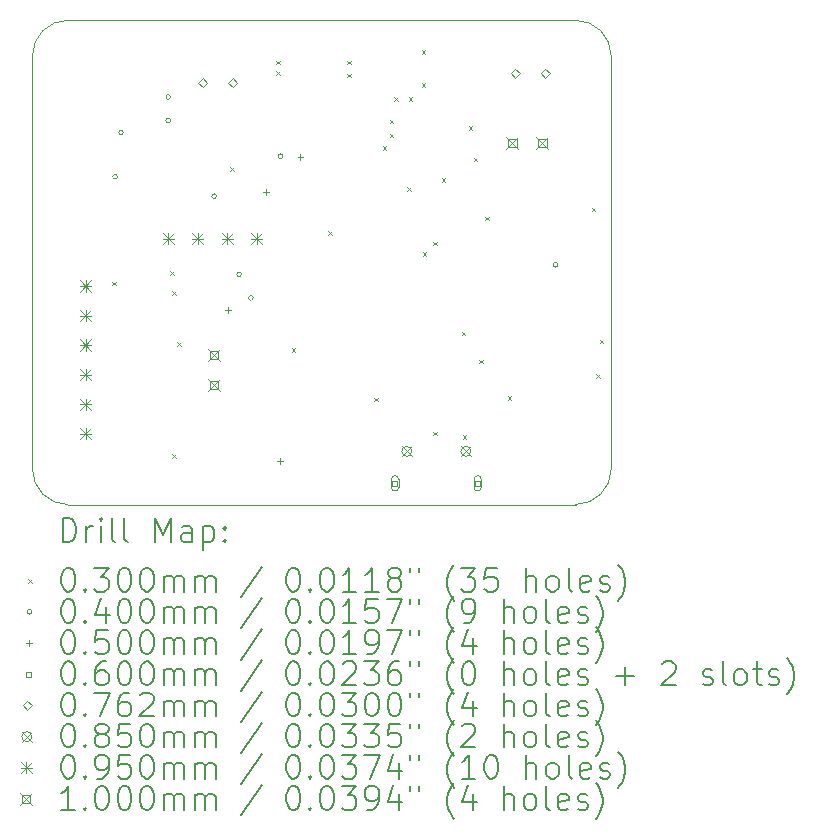
<source format=gbr>
%TF.GenerationSoftware,KiCad,Pcbnew,8.0.2*%
%TF.CreationDate,2025-01-25T00:30:23-07:00*%
%TF.ProjectId,sdm25wheel,73646d32-3577-4686-9565-6c2e6b696361,v1.1*%
%TF.SameCoordinates,Original*%
%TF.FileFunction,Drillmap*%
%TF.FilePolarity,Positive*%
%FSLAX45Y45*%
G04 Gerber Fmt 4.5, Leading zero omitted, Abs format (unit mm)*
G04 Created by KiCad (PCBNEW 8.0.2) date 2025-01-25 00:30:23*
%MOMM*%
%LPD*%
G01*
G04 APERTURE LIST*
%ADD10C,0.100000*%
%ADD11C,0.200000*%
G04 APERTURE END LIST*
D10*
X15400000Y-7500000D02*
X19700000Y-7500000D01*
X20000000Y-11300000D02*
G75*
G02*
X19700000Y-11600000I-300000J0D01*
G01*
X15100000Y-7800000D02*
G75*
G02*
X15400000Y-7500000I300000J0D01*
G01*
X19700000Y-7500000D02*
G75*
G02*
X20000000Y-7800000I0J-300000D01*
G01*
X20000000Y-7800000D02*
X20000000Y-11300000D01*
X15400000Y-11600000D02*
X19700000Y-11600000D01*
X15400000Y-11600000D02*
G75*
G02*
X15100000Y-11300000I0J300000D01*
G01*
X15100000Y-7800000D02*
X15100000Y-11300000D01*
D11*
D10*
X15775000Y-9715000D02*
X15805000Y-9745000D01*
X15805000Y-9715000D02*
X15775000Y-9745000D01*
X16265000Y-9625000D02*
X16295000Y-9655000D01*
X16295000Y-9625000D02*
X16265000Y-9655000D01*
X16285000Y-9795000D02*
X16315000Y-9825000D01*
X16315000Y-9795000D02*
X16285000Y-9825000D01*
X16285000Y-11175000D02*
X16315000Y-11205000D01*
X16315000Y-11175000D02*
X16285000Y-11205000D01*
X16325000Y-10225000D02*
X16355000Y-10255000D01*
X16355000Y-10225000D02*
X16325000Y-10255000D01*
X16777000Y-8745000D02*
X16807000Y-8775000D01*
X16807000Y-8745000D02*
X16777000Y-8775000D01*
X17165000Y-7841817D02*
X17195000Y-7871817D01*
X17195000Y-7841817D02*
X17165000Y-7871817D01*
X17165000Y-7931817D02*
X17195000Y-7961817D01*
X17195000Y-7931817D02*
X17165000Y-7961817D01*
X17295000Y-10275000D02*
X17325000Y-10305000D01*
X17325000Y-10275000D02*
X17295000Y-10305000D01*
X17605000Y-9285000D02*
X17635000Y-9315000D01*
X17635000Y-9285000D02*
X17605000Y-9315000D01*
X17765000Y-7841817D02*
X17795000Y-7871817D01*
X17795000Y-7841817D02*
X17765000Y-7871817D01*
X17765000Y-7951817D02*
X17795000Y-7981817D01*
X17795000Y-7951817D02*
X17765000Y-7981817D01*
X17995000Y-10695000D02*
X18025000Y-10725000D01*
X18025000Y-10695000D02*
X17995000Y-10725000D01*
X18065000Y-8565000D02*
X18095000Y-8595000D01*
X18095000Y-8565000D02*
X18065000Y-8595000D01*
X18125000Y-8341817D02*
X18155000Y-8371817D01*
X18155000Y-8341817D02*
X18125000Y-8371817D01*
X18125000Y-8461817D02*
X18155000Y-8491817D01*
X18155000Y-8461817D02*
X18125000Y-8491817D01*
X18165000Y-8151817D02*
X18195000Y-8181817D01*
X18195000Y-8151817D02*
X18165000Y-8181817D01*
X18275000Y-8915000D02*
X18305000Y-8945000D01*
X18305000Y-8915000D02*
X18275000Y-8945000D01*
X18285000Y-8151817D02*
X18315000Y-8181817D01*
X18315000Y-8151817D02*
X18285000Y-8181817D01*
X18395000Y-7751817D02*
X18425000Y-7781817D01*
X18425000Y-7751817D02*
X18395000Y-7781817D01*
X18395000Y-8031817D02*
X18425000Y-8061817D01*
X18425000Y-8031817D02*
X18395000Y-8061817D01*
X18405000Y-9465000D02*
X18435000Y-9495000D01*
X18435000Y-9465000D02*
X18405000Y-9495000D01*
X18495000Y-9375000D02*
X18525000Y-9405000D01*
X18525000Y-9375000D02*
X18495000Y-9405000D01*
X18495000Y-10985000D02*
X18525000Y-11015000D01*
X18525000Y-10985000D02*
X18495000Y-11015000D01*
X18565000Y-8835000D02*
X18595000Y-8865000D01*
X18595000Y-8835000D02*
X18565000Y-8865000D01*
X18735000Y-10135000D02*
X18765000Y-10165000D01*
X18765000Y-10135000D02*
X18735000Y-10165000D01*
X18745000Y-11015000D02*
X18775000Y-11045000D01*
X18775000Y-11015000D02*
X18745000Y-11045000D01*
X18795000Y-8395000D02*
X18825000Y-8425000D01*
X18825000Y-8395000D02*
X18795000Y-8425000D01*
X18835000Y-8665000D02*
X18865000Y-8695000D01*
X18865000Y-8665000D02*
X18835000Y-8695000D01*
X18885000Y-10375000D02*
X18915000Y-10405000D01*
X18915000Y-10375000D02*
X18885000Y-10405000D01*
X18935000Y-9165000D02*
X18965000Y-9195000D01*
X18965000Y-9165000D02*
X18935000Y-9195000D01*
X19125000Y-10685000D02*
X19155000Y-10715000D01*
X19155000Y-10685000D02*
X19125000Y-10715000D01*
X19835000Y-9085000D02*
X19865000Y-9115000D01*
X19865000Y-9085000D02*
X19835000Y-9115000D01*
X19875000Y-10495000D02*
X19905000Y-10525000D01*
X19905000Y-10495000D02*
X19875000Y-10525000D01*
X19905000Y-10205000D02*
X19935000Y-10235000D01*
X19935000Y-10205000D02*
X19905000Y-10235000D01*
X15820000Y-8825000D02*
G75*
G02*
X15780000Y-8825000I-20000J0D01*
G01*
X15780000Y-8825000D02*
G75*
G02*
X15820000Y-8825000I20000J0D01*
G01*
X15870000Y-8450000D02*
G75*
G02*
X15830000Y-8450000I-20000J0D01*
G01*
X15830000Y-8450000D02*
G75*
G02*
X15870000Y-8450000I20000J0D01*
G01*
X16270000Y-8150000D02*
G75*
G02*
X16230000Y-8150000I-20000J0D01*
G01*
X16230000Y-8150000D02*
G75*
G02*
X16270000Y-8150000I20000J0D01*
G01*
X16270000Y-8350000D02*
G75*
G02*
X16230000Y-8350000I-20000J0D01*
G01*
X16230000Y-8350000D02*
G75*
G02*
X16270000Y-8350000I20000J0D01*
G01*
X16658682Y-8989135D02*
G75*
G02*
X16618682Y-8989135I-20000J0D01*
G01*
X16618682Y-8989135D02*
G75*
G02*
X16658682Y-8989135I20000J0D01*
G01*
X16870000Y-9650000D02*
G75*
G02*
X16830000Y-9650000I-20000J0D01*
G01*
X16830000Y-9650000D02*
G75*
G02*
X16870000Y-9650000I20000J0D01*
G01*
X16970000Y-9850000D02*
G75*
G02*
X16930000Y-9850000I-20000J0D01*
G01*
X16930000Y-9850000D02*
G75*
G02*
X16970000Y-9850000I20000J0D01*
G01*
X17220000Y-8650000D02*
G75*
G02*
X17180000Y-8650000I-20000J0D01*
G01*
X17180000Y-8650000D02*
G75*
G02*
X17220000Y-8650000I20000J0D01*
G01*
X19550000Y-9570000D02*
G75*
G02*
X19510000Y-9570000I-20000J0D01*
G01*
X19510000Y-9570000D02*
G75*
G02*
X19550000Y-9570000I20000J0D01*
G01*
X16760000Y-9925000D02*
X16760000Y-9975000D01*
X16735000Y-9950000D02*
X16785000Y-9950000D01*
X17080000Y-8925000D02*
X17080000Y-8975000D01*
X17055000Y-8950000D02*
X17105000Y-8950000D01*
X17200000Y-11205000D02*
X17200000Y-11255000D01*
X17175000Y-11230000D02*
X17225000Y-11230000D01*
X17370000Y-8635000D02*
X17370000Y-8685000D01*
X17345000Y-8660000D02*
X17395000Y-8660000D01*
X18191213Y-11441213D02*
X18191213Y-11398787D01*
X18148787Y-11398787D01*
X18148787Y-11441213D01*
X18191213Y-11441213D01*
X18200000Y-11455000D02*
X18200000Y-11385000D01*
X18140000Y-11385000D02*
G75*
G02*
X18200000Y-11385000I30000J0D01*
G01*
X18140000Y-11385000D02*
X18140000Y-11455000D01*
X18140000Y-11455000D02*
G75*
G03*
X18200000Y-11455000I30000J0D01*
G01*
X18891213Y-11441213D02*
X18891213Y-11398787D01*
X18848787Y-11398787D01*
X18848787Y-11441213D01*
X18891213Y-11441213D01*
X18840000Y-11385000D02*
X18840000Y-11455000D01*
X18900000Y-11455000D02*
G75*
G02*
X18840000Y-11455000I-30000J0D01*
G01*
X18900000Y-11455000D02*
X18900000Y-11385000D01*
X18900000Y-11385000D02*
G75*
G03*
X18840000Y-11385000I-30000J0D01*
G01*
X16543000Y-8065100D02*
X16581100Y-8027000D01*
X16543000Y-7988900D01*
X16504900Y-8027000D01*
X16543000Y-8065100D01*
X16797000Y-8065100D02*
X16835100Y-8027000D01*
X16797000Y-7988900D01*
X16758900Y-8027000D01*
X16797000Y-8065100D01*
X19190000Y-7988100D02*
X19228100Y-7950000D01*
X19190000Y-7911900D01*
X19151900Y-7950000D01*
X19190000Y-7988100D01*
X19444000Y-7988100D02*
X19482100Y-7950000D01*
X19444000Y-7911900D01*
X19405900Y-7950000D01*
X19444000Y-7988100D01*
X18227500Y-11107500D02*
X18312500Y-11192500D01*
X18312500Y-11107500D02*
X18227500Y-11192500D01*
X18312500Y-11150000D02*
G75*
G02*
X18227500Y-11150000I-42500J0D01*
G01*
X18227500Y-11150000D02*
G75*
G02*
X18312500Y-11150000I42500J0D01*
G01*
X18727500Y-11107500D02*
X18812500Y-11192500D01*
X18812500Y-11107500D02*
X18727500Y-11192500D01*
X18812500Y-11150000D02*
G75*
G02*
X18727500Y-11150000I-42500J0D01*
G01*
X18727500Y-11150000D02*
G75*
G02*
X18812500Y-11150000I42500J0D01*
G01*
X15502500Y-9702500D02*
X15597500Y-9797500D01*
X15597500Y-9702500D02*
X15502500Y-9797500D01*
X15550000Y-9702500D02*
X15550000Y-9797500D01*
X15502500Y-9750000D02*
X15597500Y-9750000D01*
X15502500Y-9952500D02*
X15597500Y-10047500D01*
X15597500Y-9952500D02*
X15502500Y-10047500D01*
X15550000Y-9952500D02*
X15550000Y-10047500D01*
X15502500Y-10000000D02*
X15597500Y-10000000D01*
X15502500Y-10202500D02*
X15597500Y-10297500D01*
X15597500Y-10202500D02*
X15502500Y-10297500D01*
X15550000Y-10202500D02*
X15550000Y-10297500D01*
X15502500Y-10250000D02*
X15597500Y-10250000D01*
X15502500Y-10452500D02*
X15597500Y-10547500D01*
X15597500Y-10452500D02*
X15502500Y-10547500D01*
X15550000Y-10452500D02*
X15550000Y-10547500D01*
X15502500Y-10500000D02*
X15597500Y-10500000D01*
X15502500Y-10702500D02*
X15597500Y-10797500D01*
X15597500Y-10702500D02*
X15502500Y-10797500D01*
X15550000Y-10702500D02*
X15550000Y-10797500D01*
X15502500Y-10750000D02*
X15597500Y-10750000D01*
X15502500Y-10952500D02*
X15597500Y-11047500D01*
X15597500Y-10952500D02*
X15502500Y-11047500D01*
X15550000Y-10952500D02*
X15550000Y-11047500D01*
X15502500Y-11000000D02*
X15597500Y-11000000D01*
X16202500Y-9302500D02*
X16297500Y-9397500D01*
X16297500Y-9302500D02*
X16202500Y-9397500D01*
X16250000Y-9302500D02*
X16250000Y-9397500D01*
X16202500Y-9350000D02*
X16297500Y-9350000D01*
X16452500Y-9302500D02*
X16547500Y-9397500D01*
X16547500Y-9302500D02*
X16452500Y-9397500D01*
X16500000Y-9302500D02*
X16500000Y-9397500D01*
X16452500Y-9350000D02*
X16547500Y-9350000D01*
X16702500Y-9302500D02*
X16797500Y-9397500D01*
X16797500Y-9302500D02*
X16702500Y-9397500D01*
X16750000Y-9302500D02*
X16750000Y-9397500D01*
X16702500Y-9350000D02*
X16797500Y-9350000D01*
X16952500Y-9302500D02*
X17047500Y-9397500D01*
X17047500Y-9302500D02*
X16952500Y-9397500D01*
X17000000Y-9302500D02*
X17000000Y-9397500D01*
X16952500Y-9350000D02*
X17047500Y-9350000D01*
X16590000Y-10286000D02*
X16690000Y-10386000D01*
X16690000Y-10286000D02*
X16590000Y-10386000D01*
X16675356Y-10371356D02*
X16675356Y-10300644D01*
X16604644Y-10300644D01*
X16604644Y-10371356D01*
X16675356Y-10371356D01*
X16590000Y-10540000D02*
X16690000Y-10640000D01*
X16690000Y-10540000D02*
X16590000Y-10640000D01*
X16675356Y-10625356D02*
X16675356Y-10554644D01*
X16604644Y-10554644D01*
X16604644Y-10625356D01*
X16675356Y-10625356D01*
X19113500Y-8490000D02*
X19213500Y-8590000D01*
X19213500Y-8490000D02*
X19113500Y-8590000D01*
X19198856Y-8575356D02*
X19198856Y-8504644D01*
X19128144Y-8504644D01*
X19128144Y-8575356D01*
X19198856Y-8575356D01*
X19367500Y-8490000D02*
X19467500Y-8590000D01*
X19467500Y-8490000D02*
X19367500Y-8590000D01*
X19452856Y-8575356D02*
X19452856Y-8504644D01*
X19382144Y-8504644D01*
X19382144Y-8575356D01*
X19452856Y-8575356D01*
D11*
X15355777Y-11916484D02*
X15355777Y-11716484D01*
X15355777Y-11716484D02*
X15403396Y-11716484D01*
X15403396Y-11716484D02*
X15431967Y-11726008D01*
X15431967Y-11726008D02*
X15451015Y-11745055D01*
X15451015Y-11745055D02*
X15460539Y-11764103D01*
X15460539Y-11764103D02*
X15470062Y-11802198D01*
X15470062Y-11802198D02*
X15470062Y-11830769D01*
X15470062Y-11830769D02*
X15460539Y-11868865D01*
X15460539Y-11868865D02*
X15451015Y-11887912D01*
X15451015Y-11887912D02*
X15431967Y-11906960D01*
X15431967Y-11906960D02*
X15403396Y-11916484D01*
X15403396Y-11916484D02*
X15355777Y-11916484D01*
X15555777Y-11916484D02*
X15555777Y-11783150D01*
X15555777Y-11821246D02*
X15565301Y-11802198D01*
X15565301Y-11802198D02*
X15574824Y-11792674D01*
X15574824Y-11792674D02*
X15593872Y-11783150D01*
X15593872Y-11783150D02*
X15612920Y-11783150D01*
X15679586Y-11916484D02*
X15679586Y-11783150D01*
X15679586Y-11716484D02*
X15670062Y-11726008D01*
X15670062Y-11726008D02*
X15679586Y-11735531D01*
X15679586Y-11735531D02*
X15689110Y-11726008D01*
X15689110Y-11726008D02*
X15679586Y-11716484D01*
X15679586Y-11716484D02*
X15679586Y-11735531D01*
X15803396Y-11916484D02*
X15784348Y-11906960D01*
X15784348Y-11906960D02*
X15774824Y-11887912D01*
X15774824Y-11887912D02*
X15774824Y-11716484D01*
X15908158Y-11916484D02*
X15889110Y-11906960D01*
X15889110Y-11906960D02*
X15879586Y-11887912D01*
X15879586Y-11887912D02*
X15879586Y-11716484D01*
X16136729Y-11916484D02*
X16136729Y-11716484D01*
X16136729Y-11716484D02*
X16203396Y-11859341D01*
X16203396Y-11859341D02*
X16270062Y-11716484D01*
X16270062Y-11716484D02*
X16270062Y-11916484D01*
X16451015Y-11916484D02*
X16451015Y-11811722D01*
X16451015Y-11811722D02*
X16441491Y-11792674D01*
X16441491Y-11792674D02*
X16422443Y-11783150D01*
X16422443Y-11783150D02*
X16384348Y-11783150D01*
X16384348Y-11783150D02*
X16365301Y-11792674D01*
X16451015Y-11906960D02*
X16431967Y-11916484D01*
X16431967Y-11916484D02*
X16384348Y-11916484D01*
X16384348Y-11916484D02*
X16365301Y-11906960D01*
X16365301Y-11906960D02*
X16355777Y-11887912D01*
X16355777Y-11887912D02*
X16355777Y-11868865D01*
X16355777Y-11868865D02*
X16365301Y-11849817D01*
X16365301Y-11849817D02*
X16384348Y-11840293D01*
X16384348Y-11840293D02*
X16431967Y-11840293D01*
X16431967Y-11840293D02*
X16451015Y-11830769D01*
X16546253Y-11783150D02*
X16546253Y-11983150D01*
X16546253Y-11792674D02*
X16565301Y-11783150D01*
X16565301Y-11783150D02*
X16603396Y-11783150D01*
X16603396Y-11783150D02*
X16622443Y-11792674D01*
X16622443Y-11792674D02*
X16631967Y-11802198D01*
X16631967Y-11802198D02*
X16641491Y-11821246D01*
X16641491Y-11821246D02*
X16641491Y-11878388D01*
X16641491Y-11878388D02*
X16631967Y-11897436D01*
X16631967Y-11897436D02*
X16622443Y-11906960D01*
X16622443Y-11906960D02*
X16603396Y-11916484D01*
X16603396Y-11916484D02*
X16565301Y-11916484D01*
X16565301Y-11916484D02*
X16546253Y-11906960D01*
X16727205Y-11897436D02*
X16736729Y-11906960D01*
X16736729Y-11906960D02*
X16727205Y-11916484D01*
X16727205Y-11916484D02*
X16717682Y-11906960D01*
X16717682Y-11906960D02*
X16727205Y-11897436D01*
X16727205Y-11897436D02*
X16727205Y-11916484D01*
X16727205Y-11792674D02*
X16736729Y-11802198D01*
X16736729Y-11802198D02*
X16727205Y-11811722D01*
X16727205Y-11811722D02*
X16717682Y-11802198D01*
X16717682Y-11802198D02*
X16727205Y-11792674D01*
X16727205Y-11792674D02*
X16727205Y-11811722D01*
D10*
X15065000Y-12230000D02*
X15095000Y-12260000D01*
X15095000Y-12230000D02*
X15065000Y-12260000D01*
D11*
X15393872Y-12136484D02*
X15412920Y-12136484D01*
X15412920Y-12136484D02*
X15431967Y-12146008D01*
X15431967Y-12146008D02*
X15441491Y-12155531D01*
X15441491Y-12155531D02*
X15451015Y-12174579D01*
X15451015Y-12174579D02*
X15460539Y-12212674D01*
X15460539Y-12212674D02*
X15460539Y-12260293D01*
X15460539Y-12260293D02*
X15451015Y-12298388D01*
X15451015Y-12298388D02*
X15441491Y-12317436D01*
X15441491Y-12317436D02*
X15431967Y-12326960D01*
X15431967Y-12326960D02*
X15412920Y-12336484D01*
X15412920Y-12336484D02*
X15393872Y-12336484D01*
X15393872Y-12336484D02*
X15374824Y-12326960D01*
X15374824Y-12326960D02*
X15365301Y-12317436D01*
X15365301Y-12317436D02*
X15355777Y-12298388D01*
X15355777Y-12298388D02*
X15346253Y-12260293D01*
X15346253Y-12260293D02*
X15346253Y-12212674D01*
X15346253Y-12212674D02*
X15355777Y-12174579D01*
X15355777Y-12174579D02*
X15365301Y-12155531D01*
X15365301Y-12155531D02*
X15374824Y-12146008D01*
X15374824Y-12146008D02*
X15393872Y-12136484D01*
X15546253Y-12317436D02*
X15555777Y-12326960D01*
X15555777Y-12326960D02*
X15546253Y-12336484D01*
X15546253Y-12336484D02*
X15536729Y-12326960D01*
X15536729Y-12326960D02*
X15546253Y-12317436D01*
X15546253Y-12317436D02*
X15546253Y-12336484D01*
X15622443Y-12136484D02*
X15746253Y-12136484D01*
X15746253Y-12136484D02*
X15679586Y-12212674D01*
X15679586Y-12212674D02*
X15708158Y-12212674D01*
X15708158Y-12212674D02*
X15727205Y-12222198D01*
X15727205Y-12222198D02*
X15736729Y-12231722D01*
X15736729Y-12231722D02*
X15746253Y-12250769D01*
X15746253Y-12250769D02*
X15746253Y-12298388D01*
X15746253Y-12298388D02*
X15736729Y-12317436D01*
X15736729Y-12317436D02*
X15727205Y-12326960D01*
X15727205Y-12326960D02*
X15708158Y-12336484D01*
X15708158Y-12336484D02*
X15651015Y-12336484D01*
X15651015Y-12336484D02*
X15631967Y-12326960D01*
X15631967Y-12326960D02*
X15622443Y-12317436D01*
X15870062Y-12136484D02*
X15889110Y-12136484D01*
X15889110Y-12136484D02*
X15908158Y-12146008D01*
X15908158Y-12146008D02*
X15917682Y-12155531D01*
X15917682Y-12155531D02*
X15927205Y-12174579D01*
X15927205Y-12174579D02*
X15936729Y-12212674D01*
X15936729Y-12212674D02*
X15936729Y-12260293D01*
X15936729Y-12260293D02*
X15927205Y-12298388D01*
X15927205Y-12298388D02*
X15917682Y-12317436D01*
X15917682Y-12317436D02*
X15908158Y-12326960D01*
X15908158Y-12326960D02*
X15889110Y-12336484D01*
X15889110Y-12336484D02*
X15870062Y-12336484D01*
X15870062Y-12336484D02*
X15851015Y-12326960D01*
X15851015Y-12326960D02*
X15841491Y-12317436D01*
X15841491Y-12317436D02*
X15831967Y-12298388D01*
X15831967Y-12298388D02*
X15822443Y-12260293D01*
X15822443Y-12260293D02*
X15822443Y-12212674D01*
X15822443Y-12212674D02*
X15831967Y-12174579D01*
X15831967Y-12174579D02*
X15841491Y-12155531D01*
X15841491Y-12155531D02*
X15851015Y-12146008D01*
X15851015Y-12146008D02*
X15870062Y-12136484D01*
X16060539Y-12136484D02*
X16079586Y-12136484D01*
X16079586Y-12136484D02*
X16098634Y-12146008D01*
X16098634Y-12146008D02*
X16108158Y-12155531D01*
X16108158Y-12155531D02*
X16117682Y-12174579D01*
X16117682Y-12174579D02*
X16127205Y-12212674D01*
X16127205Y-12212674D02*
X16127205Y-12260293D01*
X16127205Y-12260293D02*
X16117682Y-12298388D01*
X16117682Y-12298388D02*
X16108158Y-12317436D01*
X16108158Y-12317436D02*
X16098634Y-12326960D01*
X16098634Y-12326960D02*
X16079586Y-12336484D01*
X16079586Y-12336484D02*
X16060539Y-12336484D01*
X16060539Y-12336484D02*
X16041491Y-12326960D01*
X16041491Y-12326960D02*
X16031967Y-12317436D01*
X16031967Y-12317436D02*
X16022443Y-12298388D01*
X16022443Y-12298388D02*
X16012920Y-12260293D01*
X16012920Y-12260293D02*
X16012920Y-12212674D01*
X16012920Y-12212674D02*
X16022443Y-12174579D01*
X16022443Y-12174579D02*
X16031967Y-12155531D01*
X16031967Y-12155531D02*
X16041491Y-12146008D01*
X16041491Y-12146008D02*
X16060539Y-12136484D01*
X16212920Y-12336484D02*
X16212920Y-12203150D01*
X16212920Y-12222198D02*
X16222443Y-12212674D01*
X16222443Y-12212674D02*
X16241491Y-12203150D01*
X16241491Y-12203150D02*
X16270063Y-12203150D01*
X16270063Y-12203150D02*
X16289110Y-12212674D01*
X16289110Y-12212674D02*
X16298634Y-12231722D01*
X16298634Y-12231722D02*
X16298634Y-12336484D01*
X16298634Y-12231722D02*
X16308158Y-12212674D01*
X16308158Y-12212674D02*
X16327205Y-12203150D01*
X16327205Y-12203150D02*
X16355777Y-12203150D01*
X16355777Y-12203150D02*
X16374824Y-12212674D01*
X16374824Y-12212674D02*
X16384348Y-12231722D01*
X16384348Y-12231722D02*
X16384348Y-12336484D01*
X16479586Y-12336484D02*
X16479586Y-12203150D01*
X16479586Y-12222198D02*
X16489110Y-12212674D01*
X16489110Y-12212674D02*
X16508158Y-12203150D01*
X16508158Y-12203150D02*
X16536729Y-12203150D01*
X16536729Y-12203150D02*
X16555777Y-12212674D01*
X16555777Y-12212674D02*
X16565301Y-12231722D01*
X16565301Y-12231722D02*
X16565301Y-12336484D01*
X16565301Y-12231722D02*
X16574824Y-12212674D01*
X16574824Y-12212674D02*
X16593872Y-12203150D01*
X16593872Y-12203150D02*
X16622443Y-12203150D01*
X16622443Y-12203150D02*
X16641491Y-12212674D01*
X16641491Y-12212674D02*
X16651015Y-12231722D01*
X16651015Y-12231722D02*
X16651015Y-12336484D01*
X17041491Y-12126960D02*
X16870063Y-12384103D01*
X17298634Y-12136484D02*
X17317682Y-12136484D01*
X17317682Y-12136484D02*
X17336729Y-12146008D01*
X17336729Y-12146008D02*
X17346253Y-12155531D01*
X17346253Y-12155531D02*
X17355777Y-12174579D01*
X17355777Y-12174579D02*
X17365301Y-12212674D01*
X17365301Y-12212674D02*
X17365301Y-12260293D01*
X17365301Y-12260293D02*
X17355777Y-12298388D01*
X17355777Y-12298388D02*
X17346253Y-12317436D01*
X17346253Y-12317436D02*
X17336729Y-12326960D01*
X17336729Y-12326960D02*
X17317682Y-12336484D01*
X17317682Y-12336484D02*
X17298634Y-12336484D01*
X17298634Y-12336484D02*
X17279587Y-12326960D01*
X17279587Y-12326960D02*
X17270063Y-12317436D01*
X17270063Y-12317436D02*
X17260539Y-12298388D01*
X17260539Y-12298388D02*
X17251015Y-12260293D01*
X17251015Y-12260293D02*
X17251015Y-12212674D01*
X17251015Y-12212674D02*
X17260539Y-12174579D01*
X17260539Y-12174579D02*
X17270063Y-12155531D01*
X17270063Y-12155531D02*
X17279587Y-12146008D01*
X17279587Y-12146008D02*
X17298634Y-12136484D01*
X17451015Y-12317436D02*
X17460539Y-12326960D01*
X17460539Y-12326960D02*
X17451015Y-12336484D01*
X17451015Y-12336484D02*
X17441491Y-12326960D01*
X17441491Y-12326960D02*
X17451015Y-12317436D01*
X17451015Y-12317436D02*
X17451015Y-12336484D01*
X17584348Y-12136484D02*
X17603396Y-12136484D01*
X17603396Y-12136484D02*
X17622444Y-12146008D01*
X17622444Y-12146008D02*
X17631968Y-12155531D01*
X17631968Y-12155531D02*
X17641491Y-12174579D01*
X17641491Y-12174579D02*
X17651015Y-12212674D01*
X17651015Y-12212674D02*
X17651015Y-12260293D01*
X17651015Y-12260293D02*
X17641491Y-12298388D01*
X17641491Y-12298388D02*
X17631968Y-12317436D01*
X17631968Y-12317436D02*
X17622444Y-12326960D01*
X17622444Y-12326960D02*
X17603396Y-12336484D01*
X17603396Y-12336484D02*
X17584348Y-12336484D01*
X17584348Y-12336484D02*
X17565301Y-12326960D01*
X17565301Y-12326960D02*
X17555777Y-12317436D01*
X17555777Y-12317436D02*
X17546253Y-12298388D01*
X17546253Y-12298388D02*
X17536729Y-12260293D01*
X17536729Y-12260293D02*
X17536729Y-12212674D01*
X17536729Y-12212674D02*
X17546253Y-12174579D01*
X17546253Y-12174579D02*
X17555777Y-12155531D01*
X17555777Y-12155531D02*
X17565301Y-12146008D01*
X17565301Y-12146008D02*
X17584348Y-12136484D01*
X17841491Y-12336484D02*
X17727206Y-12336484D01*
X17784348Y-12336484D02*
X17784348Y-12136484D01*
X17784348Y-12136484D02*
X17765301Y-12165055D01*
X17765301Y-12165055D02*
X17746253Y-12184103D01*
X17746253Y-12184103D02*
X17727206Y-12193627D01*
X18031968Y-12336484D02*
X17917682Y-12336484D01*
X17974825Y-12336484D02*
X17974825Y-12136484D01*
X17974825Y-12136484D02*
X17955777Y-12165055D01*
X17955777Y-12165055D02*
X17936729Y-12184103D01*
X17936729Y-12184103D02*
X17917682Y-12193627D01*
X18146253Y-12222198D02*
X18127206Y-12212674D01*
X18127206Y-12212674D02*
X18117682Y-12203150D01*
X18117682Y-12203150D02*
X18108158Y-12184103D01*
X18108158Y-12184103D02*
X18108158Y-12174579D01*
X18108158Y-12174579D02*
X18117682Y-12155531D01*
X18117682Y-12155531D02*
X18127206Y-12146008D01*
X18127206Y-12146008D02*
X18146253Y-12136484D01*
X18146253Y-12136484D02*
X18184349Y-12136484D01*
X18184349Y-12136484D02*
X18203396Y-12146008D01*
X18203396Y-12146008D02*
X18212920Y-12155531D01*
X18212920Y-12155531D02*
X18222444Y-12174579D01*
X18222444Y-12174579D02*
X18222444Y-12184103D01*
X18222444Y-12184103D02*
X18212920Y-12203150D01*
X18212920Y-12203150D02*
X18203396Y-12212674D01*
X18203396Y-12212674D02*
X18184349Y-12222198D01*
X18184349Y-12222198D02*
X18146253Y-12222198D01*
X18146253Y-12222198D02*
X18127206Y-12231722D01*
X18127206Y-12231722D02*
X18117682Y-12241246D01*
X18117682Y-12241246D02*
X18108158Y-12260293D01*
X18108158Y-12260293D02*
X18108158Y-12298388D01*
X18108158Y-12298388D02*
X18117682Y-12317436D01*
X18117682Y-12317436D02*
X18127206Y-12326960D01*
X18127206Y-12326960D02*
X18146253Y-12336484D01*
X18146253Y-12336484D02*
X18184349Y-12336484D01*
X18184349Y-12336484D02*
X18203396Y-12326960D01*
X18203396Y-12326960D02*
X18212920Y-12317436D01*
X18212920Y-12317436D02*
X18222444Y-12298388D01*
X18222444Y-12298388D02*
X18222444Y-12260293D01*
X18222444Y-12260293D02*
X18212920Y-12241246D01*
X18212920Y-12241246D02*
X18203396Y-12231722D01*
X18203396Y-12231722D02*
X18184349Y-12222198D01*
X18298634Y-12136484D02*
X18298634Y-12174579D01*
X18374825Y-12136484D02*
X18374825Y-12174579D01*
X18670063Y-12412674D02*
X18660539Y-12403150D01*
X18660539Y-12403150D02*
X18641491Y-12374579D01*
X18641491Y-12374579D02*
X18631968Y-12355531D01*
X18631968Y-12355531D02*
X18622444Y-12326960D01*
X18622444Y-12326960D02*
X18612920Y-12279341D01*
X18612920Y-12279341D02*
X18612920Y-12241246D01*
X18612920Y-12241246D02*
X18622444Y-12193627D01*
X18622444Y-12193627D02*
X18631968Y-12165055D01*
X18631968Y-12165055D02*
X18641491Y-12146008D01*
X18641491Y-12146008D02*
X18660539Y-12117436D01*
X18660539Y-12117436D02*
X18670063Y-12107912D01*
X18727206Y-12136484D02*
X18851015Y-12136484D01*
X18851015Y-12136484D02*
X18784349Y-12212674D01*
X18784349Y-12212674D02*
X18812920Y-12212674D01*
X18812920Y-12212674D02*
X18831968Y-12222198D01*
X18831968Y-12222198D02*
X18841491Y-12231722D01*
X18841491Y-12231722D02*
X18851015Y-12250769D01*
X18851015Y-12250769D02*
X18851015Y-12298388D01*
X18851015Y-12298388D02*
X18841491Y-12317436D01*
X18841491Y-12317436D02*
X18831968Y-12326960D01*
X18831968Y-12326960D02*
X18812920Y-12336484D01*
X18812920Y-12336484D02*
X18755777Y-12336484D01*
X18755777Y-12336484D02*
X18736730Y-12326960D01*
X18736730Y-12326960D02*
X18727206Y-12317436D01*
X19031968Y-12136484D02*
X18936730Y-12136484D01*
X18936730Y-12136484D02*
X18927206Y-12231722D01*
X18927206Y-12231722D02*
X18936730Y-12222198D01*
X18936730Y-12222198D02*
X18955777Y-12212674D01*
X18955777Y-12212674D02*
X19003396Y-12212674D01*
X19003396Y-12212674D02*
X19022444Y-12222198D01*
X19022444Y-12222198D02*
X19031968Y-12231722D01*
X19031968Y-12231722D02*
X19041491Y-12250769D01*
X19041491Y-12250769D02*
X19041491Y-12298388D01*
X19041491Y-12298388D02*
X19031968Y-12317436D01*
X19031968Y-12317436D02*
X19022444Y-12326960D01*
X19022444Y-12326960D02*
X19003396Y-12336484D01*
X19003396Y-12336484D02*
X18955777Y-12336484D01*
X18955777Y-12336484D02*
X18936730Y-12326960D01*
X18936730Y-12326960D02*
X18927206Y-12317436D01*
X19279587Y-12336484D02*
X19279587Y-12136484D01*
X19365301Y-12336484D02*
X19365301Y-12231722D01*
X19365301Y-12231722D02*
X19355777Y-12212674D01*
X19355777Y-12212674D02*
X19336730Y-12203150D01*
X19336730Y-12203150D02*
X19308158Y-12203150D01*
X19308158Y-12203150D02*
X19289111Y-12212674D01*
X19289111Y-12212674D02*
X19279587Y-12222198D01*
X19489111Y-12336484D02*
X19470063Y-12326960D01*
X19470063Y-12326960D02*
X19460539Y-12317436D01*
X19460539Y-12317436D02*
X19451015Y-12298388D01*
X19451015Y-12298388D02*
X19451015Y-12241246D01*
X19451015Y-12241246D02*
X19460539Y-12222198D01*
X19460539Y-12222198D02*
X19470063Y-12212674D01*
X19470063Y-12212674D02*
X19489111Y-12203150D01*
X19489111Y-12203150D02*
X19517682Y-12203150D01*
X19517682Y-12203150D02*
X19536730Y-12212674D01*
X19536730Y-12212674D02*
X19546253Y-12222198D01*
X19546253Y-12222198D02*
X19555777Y-12241246D01*
X19555777Y-12241246D02*
X19555777Y-12298388D01*
X19555777Y-12298388D02*
X19546253Y-12317436D01*
X19546253Y-12317436D02*
X19536730Y-12326960D01*
X19536730Y-12326960D02*
X19517682Y-12336484D01*
X19517682Y-12336484D02*
X19489111Y-12336484D01*
X19670063Y-12336484D02*
X19651015Y-12326960D01*
X19651015Y-12326960D02*
X19641492Y-12307912D01*
X19641492Y-12307912D02*
X19641492Y-12136484D01*
X19822444Y-12326960D02*
X19803396Y-12336484D01*
X19803396Y-12336484D02*
X19765301Y-12336484D01*
X19765301Y-12336484D02*
X19746253Y-12326960D01*
X19746253Y-12326960D02*
X19736730Y-12307912D01*
X19736730Y-12307912D02*
X19736730Y-12231722D01*
X19736730Y-12231722D02*
X19746253Y-12212674D01*
X19746253Y-12212674D02*
X19765301Y-12203150D01*
X19765301Y-12203150D02*
X19803396Y-12203150D01*
X19803396Y-12203150D02*
X19822444Y-12212674D01*
X19822444Y-12212674D02*
X19831968Y-12231722D01*
X19831968Y-12231722D02*
X19831968Y-12250769D01*
X19831968Y-12250769D02*
X19736730Y-12269817D01*
X19908158Y-12326960D02*
X19927206Y-12336484D01*
X19927206Y-12336484D02*
X19965301Y-12336484D01*
X19965301Y-12336484D02*
X19984349Y-12326960D01*
X19984349Y-12326960D02*
X19993873Y-12307912D01*
X19993873Y-12307912D02*
X19993873Y-12298388D01*
X19993873Y-12298388D02*
X19984349Y-12279341D01*
X19984349Y-12279341D02*
X19965301Y-12269817D01*
X19965301Y-12269817D02*
X19936730Y-12269817D01*
X19936730Y-12269817D02*
X19917682Y-12260293D01*
X19917682Y-12260293D02*
X19908158Y-12241246D01*
X19908158Y-12241246D02*
X19908158Y-12231722D01*
X19908158Y-12231722D02*
X19917682Y-12212674D01*
X19917682Y-12212674D02*
X19936730Y-12203150D01*
X19936730Y-12203150D02*
X19965301Y-12203150D01*
X19965301Y-12203150D02*
X19984349Y-12212674D01*
X20060539Y-12412674D02*
X20070063Y-12403150D01*
X20070063Y-12403150D02*
X20089111Y-12374579D01*
X20089111Y-12374579D02*
X20098634Y-12355531D01*
X20098634Y-12355531D02*
X20108158Y-12326960D01*
X20108158Y-12326960D02*
X20117682Y-12279341D01*
X20117682Y-12279341D02*
X20117682Y-12241246D01*
X20117682Y-12241246D02*
X20108158Y-12193627D01*
X20108158Y-12193627D02*
X20098634Y-12165055D01*
X20098634Y-12165055D02*
X20089111Y-12146008D01*
X20089111Y-12146008D02*
X20070063Y-12117436D01*
X20070063Y-12117436D02*
X20060539Y-12107912D01*
D10*
X15095000Y-12509000D02*
G75*
G02*
X15055000Y-12509000I-20000J0D01*
G01*
X15055000Y-12509000D02*
G75*
G02*
X15095000Y-12509000I20000J0D01*
G01*
D11*
X15393872Y-12400484D02*
X15412920Y-12400484D01*
X15412920Y-12400484D02*
X15431967Y-12410008D01*
X15431967Y-12410008D02*
X15441491Y-12419531D01*
X15441491Y-12419531D02*
X15451015Y-12438579D01*
X15451015Y-12438579D02*
X15460539Y-12476674D01*
X15460539Y-12476674D02*
X15460539Y-12524293D01*
X15460539Y-12524293D02*
X15451015Y-12562388D01*
X15451015Y-12562388D02*
X15441491Y-12581436D01*
X15441491Y-12581436D02*
X15431967Y-12590960D01*
X15431967Y-12590960D02*
X15412920Y-12600484D01*
X15412920Y-12600484D02*
X15393872Y-12600484D01*
X15393872Y-12600484D02*
X15374824Y-12590960D01*
X15374824Y-12590960D02*
X15365301Y-12581436D01*
X15365301Y-12581436D02*
X15355777Y-12562388D01*
X15355777Y-12562388D02*
X15346253Y-12524293D01*
X15346253Y-12524293D02*
X15346253Y-12476674D01*
X15346253Y-12476674D02*
X15355777Y-12438579D01*
X15355777Y-12438579D02*
X15365301Y-12419531D01*
X15365301Y-12419531D02*
X15374824Y-12410008D01*
X15374824Y-12410008D02*
X15393872Y-12400484D01*
X15546253Y-12581436D02*
X15555777Y-12590960D01*
X15555777Y-12590960D02*
X15546253Y-12600484D01*
X15546253Y-12600484D02*
X15536729Y-12590960D01*
X15536729Y-12590960D02*
X15546253Y-12581436D01*
X15546253Y-12581436D02*
X15546253Y-12600484D01*
X15727205Y-12467150D02*
X15727205Y-12600484D01*
X15679586Y-12390960D02*
X15631967Y-12533817D01*
X15631967Y-12533817D02*
X15755777Y-12533817D01*
X15870062Y-12400484D02*
X15889110Y-12400484D01*
X15889110Y-12400484D02*
X15908158Y-12410008D01*
X15908158Y-12410008D02*
X15917682Y-12419531D01*
X15917682Y-12419531D02*
X15927205Y-12438579D01*
X15927205Y-12438579D02*
X15936729Y-12476674D01*
X15936729Y-12476674D02*
X15936729Y-12524293D01*
X15936729Y-12524293D02*
X15927205Y-12562388D01*
X15927205Y-12562388D02*
X15917682Y-12581436D01*
X15917682Y-12581436D02*
X15908158Y-12590960D01*
X15908158Y-12590960D02*
X15889110Y-12600484D01*
X15889110Y-12600484D02*
X15870062Y-12600484D01*
X15870062Y-12600484D02*
X15851015Y-12590960D01*
X15851015Y-12590960D02*
X15841491Y-12581436D01*
X15841491Y-12581436D02*
X15831967Y-12562388D01*
X15831967Y-12562388D02*
X15822443Y-12524293D01*
X15822443Y-12524293D02*
X15822443Y-12476674D01*
X15822443Y-12476674D02*
X15831967Y-12438579D01*
X15831967Y-12438579D02*
X15841491Y-12419531D01*
X15841491Y-12419531D02*
X15851015Y-12410008D01*
X15851015Y-12410008D02*
X15870062Y-12400484D01*
X16060539Y-12400484D02*
X16079586Y-12400484D01*
X16079586Y-12400484D02*
X16098634Y-12410008D01*
X16098634Y-12410008D02*
X16108158Y-12419531D01*
X16108158Y-12419531D02*
X16117682Y-12438579D01*
X16117682Y-12438579D02*
X16127205Y-12476674D01*
X16127205Y-12476674D02*
X16127205Y-12524293D01*
X16127205Y-12524293D02*
X16117682Y-12562388D01*
X16117682Y-12562388D02*
X16108158Y-12581436D01*
X16108158Y-12581436D02*
X16098634Y-12590960D01*
X16098634Y-12590960D02*
X16079586Y-12600484D01*
X16079586Y-12600484D02*
X16060539Y-12600484D01*
X16060539Y-12600484D02*
X16041491Y-12590960D01*
X16041491Y-12590960D02*
X16031967Y-12581436D01*
X16031967Y-12581436D02*
X16022443Y-12562388D01*
X16022443Y-12562388D02*
X16012920Y-12524293D01*
X16012920Y-12524293D02*
X16012920Y-12476674D01*
X16012920Y-12476674D02*
X16022443Y-12438579D01*
X16022443Y-12438579D02*
X16031967Y-12419531D01*
X16031967Y-12419531D02*
X16041491Y-12410008D01*
X16041491Y-12410008D02*
X16060539Y-12400484D01*
X16212920Y-12600484D02*
X16212920Y-12467150D01*
X16212920Y-12486198D02*
X16222443Y-12476674D01*
X16222443Y-12476674D02*
X16241491Y-12467150D01*
X16241491Y-12467150D02*
X16270063Y-12467150D01*
X16270063Y-12467150D02*
X16289110Y-12476674D01*
X16289110Y-12476674D02*
X16298634Y-12495722D01*
X16298634Y-12495722D02*
X16298634Y-12600484D01*
X16298634Y-12495722D02*
X16308158Y-12476674D01*
X16308158Y-12476674D02*
X16327205Y-12467150D01*
X16327205Y-12467150D02*
X16355777Y-12467150D01*
X16355777Y-12467150D02*
X16374824Y-12476674D01*
X16374824Y-12476674D02*
X16384348Y-12495722D01*
X16384348Y-12495722D02*
X16384348Y-12600484D01*
X16479586Y-12600484D02*
X16479586Y-12467150D01*
X16479586Y-12486198D02*
X16489110Y-12476674D01*
X16489110Y-12476674D02*
X16508158Y-12467150D01*
X16508158Y-12467150D02*
X16536729Y-12467150D01*
X16536729Y-12467150D02*
X16555777Y-12476674D01*
X16555777Y-12476674D02*
X16565301Y-12495722D01*
X16565301Y-12495722D02*
X16565301Y-12600484D01*
X16565301Y-12495722D02*
X16574824Y-12476674D01*
X16574824Y-12476674D02*
X16593872Y-12467150D01*
X16593872Y-12467150D02*
X16622443Y-12467150D01*
X16622443Y-12467150D02*
X16641491Y-12476674D01*
X16641491Y-12476674D02*
X16651015Y-12495722D01*
X16651015Y-12495722D02*
X16651015Y-12600484D01*
X17041491Y-12390960D02*
X16870063Y-12648103D01*
X17298634Y-12400484D02*
X17317682Y-12400484D01*
X17317682Y-12400484D02*
X17336729Y-12410008D01*
X17336729Y-12410008D02*
X17346253Y-12419531D01*
X17346253Y-12419531D02*
X17355777Y-12438579D01*
X17355777Y-12438579D02*
X17365301Y-12476674D01*
X17365301Y-12476674D02*
X17365301Y-12524293D01*
X17365301Y-12524293D02*
X17355777Y-12562388D01*
X17355777Y-12562388D02*
X17346253Y-12581436D01*
X17346253Y-12581436D02*
X17336729Y-12590960D01*
X17336729Y-12590960D02*
X17317682Y-12600484D01*
X17317682Y-12600484D02*
X17298634Y-12600484D01*
X17298634Y-12600484D02*
X17279587Y-12590960D01*
X17279587Y-12590960D02*
X17270063Y-12581436D01*
X17270063Y-12581436D02*
X17260539Y-12562388D01*
X17260539Y-12562388D02*
X17251015Y-12524293D01*
X17251015Y-12524293D02*
X17251015Y-12476674D01*
X17251015Y-12476674D02*
X17260539Y-12438579D01*
X17260539Y-12438579D02*
X17270063Y-12419531D01*
X17270063Y-12419531D02*
X17279587Y-12410008D01*
X17279587Y-12410008D02*
X17298634Y-12400484D01*
X17451015Y-12581436D02*
X17460539Y-12590960D01*
X17460539Y-12590960D02*
X17451015Y-12600484D01*
X17451015Y-12600484D02*
X17441491Y-12590960D01*
X17441491Y-12590960D02*
X17451015Y-12581436D01*
X17451015Y-12581436D02*
X17451015Y-12600484D01*
X17584348Y-12400484D02*
X17603396Y-12400484D01*
X17603396Y-12400484D02*
X17622444Y-12410008D01*
X17622444Y-12410008D02*
X17631968Y-12419531D01*
X17631968Y-12419531D02*
X17641491Y-12438579D01*
X17641491Y-12438579D02*
X17651015Y-12476674D01*
X17651015Y-12476674D02*
X17651015Y-12524293D01*
X17651015Y-12524293D02*
X17641491Y-12562388D01*
X17641491Y-12562388D02*
X17631968Y-12581436D01*
X17631968Y-12581436D02*
X17622444Y-12590960D01*
X17622444Y-12590960D02*
X17603396Y-12600484D01*
X17603396Y-12600484D02*
X17584348Y-12600484D01*
X17584348Y-12600484D02*
X17565301Y-12590960D01*
X17565301Y-12590960D02*
X17555777Y-12581436D01*
X17555777Y-12581436D02*
X17546253Y-12562388D01*
X17546253Y-12562388D02*
X17536729Y-12524293D01*
X17536729Y-12524293D02*
X17536729Y-12476674D01*
X17536729Y-12476674D02*
X17546253Y-12438579D01*
X17546253Y-12438579D02*
X17555777Y-12419531D01*
X17555777Y-12419531D02*
X17565301Y-12410008D01*
X17565301Y-12410008D02*
X17584348Y-12400484D01*
X17841491Y-12600484D02*
X17727206Y-12600484D01*
X17784348Y-12600484D02*
X17784348Y-12400484D01*
X17784348Y-12400484D02*
X17765301Y-12429055D01*
X17765301Y-12429055D02*
X17746253Y-12448103D01*
X17746253Y-12448103D02*
X17727206Y-12457627D01*
X18022444Y-12400484D02*
X17927206Y-12400484D01*
X17927206Y-12400484D02*
X17917682Y-12495722D01*
X17917682Y-12495722D02*
X17927206Y-12486198D01*
X17927206Y-12486198D02*
X17946253Y-12476674D01*
X17946253Y-12476674D02*
X17993872Y-12476674D01*
X17993872Y-12476674D02*
X18012920Y-12486198D01*
X18012920Y-12486198D02*
X18022444Y-12495722D01*
X18022444Y-12495722D02*
X18031968Y-12514769D01*
X18031968Y-12514769D02*
X18031968Y-12562388D01*
X18031968Y-12562388D02*
X18022444Y-12581436D01*
X18022444Y-12581436D02*
X18012920Y-12590960D01*
X18012920Y-12590960D02*
X17993872Y-12600484D01*
X17993872Y-12600484D02*
X17946253Y-12600484D01*
X17946253Y-12600484D02*
X17927206Y-12590960D01*
X17927206Y-12590960D02*
X17917682Y-12581436D01*
X18098634Y-12400484D02*
X18231968Y-12400484D01*
X18231968Y-12400484D02*
X18146253Y-12600484D01*
X18298634Y-12400484D02*
X18298634Y-12438579D01*
X18374825Y-12400484D02*
X18374825Y-12438579D01*
X18670063Y-12676674D02*
X18660539Y-12667150D01*
X18660539Y-12667150D02*
X18641491Y-12638579D01*
X18641491Y-12638579D02*
X18631968Y-12619531D01*
X18631968Y-12619531D02*
X18622444Y-12590960D01*
X18622444Y-12590960D02*
X18612920Y-12543341D01*
X18612920Y-12543341D02*
X18612920Y-12505246D01*
X18612920Y-12505246D02*
X18622444Y-12457627D01*
X18622444Y-12457627D02*
X18631968Y-12429055D01*
X18631968Y-12429055D02*
X18641491Y-12410008D01*
X18641491Y-12410008D02*
X18660539Y-12381436D01*
X18660539Y-12381436D02*
X18670063Y-12371912D01*
X18755777Y-12600484D02*
X18793872Y-12600484D01*
X18793872Y-12600484D02*
X18812920Y-12590960D01*
X18812920Y-12590960D02*
X18822444Y-12581436D01*
X18822444Y-12581436D02*
X18841491Y-12552865D01*
X18841491Y-12552865D02*
X18851015Y-12514769D01*
X18851015Y-12514769D02*
X18851015Y-12438579D01*
X18851015Y-12438579D02*
X18841491Y-12419531D01*
X18841491Y-12419531D02*
X18831968Y-12410008D01*
X18831968Y-12410008D02*
X18812920Y-12400484D01*
X18812920Y-12400484D02*
X18774825Y-12400484D01*
X18774825Y-12400484D02*
X18755777Y-12410008D01*
X18755777Y-12410008D02*
X18746253Y-12419531D01*
X18746253Y-12419531D02*
X18736730Y-12438579D01*
X18736730Y-12438579D02*
X18736730Y-12486198D01*
X18736730Y-12486198D02*
X18746253Y-12505246D01*
X18746253Y-12505246D02*
X18755777Y-12514769D01*
X18755777Y-12514769D02*
X18774825Y-12524293D01*
X18774825Y-12524293D02*
X18812920Y-12524293D01*
X18812920Y-12524293D02*
X18831968Y-12514769D01*
X18831968Y-12514769D02*
X18841491Y-12505246D01*
X18841491Y-12505246D02*
X18851015Y-12486198D01*
X19089111Y-12600484D02*
X19089111Y-12400484D01*
X19174825Y-12600484D02*
X19174825Y-12495722D01*
X19174825Y-12495722D02*
X19165301Y-12476674D01*
X19165301Y-12476674D02*
X19146253Y-12467150D01*
X19146253Y-12467150D02*
X19117682Y-12467150D01*
X19117682Y-12467150D02*
X19098634Y-12476674D01*
X19098634Y-12476674D02*
X19089111Y-12486198D01*
X19298634Y-12600484D02*
X19279587Y-12590960D01*
X19279587Y-12590960D02*
X19270063Y-12581436D01*
X19270063Y-12581436D02*
X19260539Y-12562388D01*
X19260539Y-12562388D02*
X19260539Y-12505246D01*
X19260539Y-12505246D02*
X19270063Y-12486198D01*
X19270063Y-12486198D02*
X19279587Y-12476674D01*
X19279587Y-12476674D02*
X19298634Y-12467150D01*
X19298634Y-12467150D02*
X19327206Y-12467150D01*
X19327206Y-12467150D02*
X19346253Y-12476674D01*
X19346253Y-12476674D02*
X19355777Y-12486198D01*
X19355777Y-12486198D02*
X19365301Y-12505246D01*
X19365301Y-12505246D02*
X19365301Y-12562388D01*
X19365301Y-12562388D02*
X19355777Y-12581436D01*
X19355777Y-12581436D02*
X19346253Y-12590960D01*
X19346253Y-12590960D02*
X19327206Y-12600484D01*
X19327206Y-12600484D02*
X19298634Y-12600484D01*
X19479587Y-12600484D02*
X19460539Y-12590960D01*
X19460539Y-12590960D02*
X19451015Y-12571912D01*
X19451015Y-12571912D02*
X19451015Y-12400484D01*
X19631968Y-12590960D02*
X19612920Y-12600484D01*
X19612920Y-12600484D02*
X19574825Y-12600484D01*
X19574825Y-12600484D02*
X19555777Y-12590960D01*
X19555777Y-12590960D02*
X19546253Y-12571912D01*
X19546253Y-12571912D02*
X19546253Y-12495722D01*
X19546253Y-12495722D02*
X19555777Y-12476674D01*
X19555777Y-12476674D02*
X19574825Y-12467150D01*
X19574825Y-12467150D02*
X19612920Y-12467150D01*
X19612920Y-12467150D02*
X19631968Y-12476674D01*
X19631968Y-12476674D02*
X19641492Y-12495722D01*
X19641492Y-12495722D02*
X19641492Y-12514769D01*
X19641492Y-12514769D02*
X19546253Y-12533817D01*
X19717682Y-12590960D02*
X19736730Y-12600484D01*
X19736730Y-12600484D02*
X19774825Y-12600484D01*
X19774825Y-12600484D02*
X19793873Y-12590960D01*
X19793873Y-12590960D02*
X19803396Y-12571912D01*
X19803396Y-12571912D02*
X19803396Y-12562388D01*
X19803396Y-12562388D02*
X19793873Y-12543341D01*
X19793873Y-12543341D02*
X19774825Y-12533817D01*
X19774825Y-12533817D02*
X19746253Y-12533817D01*
X19746253Y-12533817D02*
X19727206Y-12524293D01*
X19727206Y-12524293D02*
X19717682Y-12505246D01*
X19717682Y-12505246D02*
X19717682Y-12495722D01*
X19717682Y-12495722D02*
X19727206Y-12476674D01*
X19727206Y-12476674D02*
X19746253Y-12467150D01*
X19746253Y-12467150D02*
X19774825Y-12467150D01*
X19774825Y-12467150D02*
X19793873Y-12476674D01*
X19870063Y-12676674D02*
X19879587Y-12667150D01*
X19879587Y-12667150D02*
X19898634Y-12638579D01*
X19898634Y-12638579D02*
X19908158Y-12619531D01*
X19908158Y-12619531D02*
X19917682Y-12590960D01*
X19917682Y-12590960D02*
X19927206Y-12543341D01*
X19927206Y-12543341D02*
X19927206Y-12505246D01*
X19927206Y-12505246D02*
X19917682Y-12457627D01*
X19917682Y-12457627D02*
X19908158Y-12429055D01*
X19908158Y-12429055D02*
X19898634Y-12410008D01*
X19898634Y-12410008D02*
X19879587Y-12381436D01*
X19879587Y-12381436D02*
X19870063Y-12371912D01*
D10*
X15070000Y-12748000D02*
X15070000Y-12798000D01*
X15045000Y-12773000D02*
X15095000Y-12773000D01*
D11*
X15393872Y-12664484D02*
X15412920Y-12664484D01*
X15412920Y-12664484D02*
X15431967Y-12674008D01*
X15431967Y-12674008D02*
X15441491Y-12683531D01*
X15441491Y-12683531D02*
X15451015Y-12702579D01*
X15451015Y-12702579D02*
X15460539Y-12740674D01*
X15460539Y-12740674D02*
X15460539Y-12788293D01*
X15460539Y-12788293D02*
X15451015Y-12826388D01*
X15451015Y-12826388D02*
X15441491Y-12845436D01*
X15441491Y-12845436D02*
X15431967Y-12854960D01*
X15431967Y-12854960D02*
X15412920Y-12864484D01*
X15412920Y-12864484D02*
X15393872Y-12864484D01*
X15393872Y-12864484D02*
X15374824Y-12854960D01*
X15374824Y-12854960D02*
X15365301Y-12845436D01*
X15365301Y-12845436D02*
X15355777Y-12826388D01*
X15355777Y-12826388D02*
X15346253Y-12788293D01*
X15346253Y-12788293D02*
X15346253Y-12740674D01*
X15346253Y-12740674D02*
X15355777Y-12702579D01*
X15355777Y-12702579D02*
X15365301Y-12683531D01*
X15365301Y-12683531D02*
X15374824Y-12674008D01*
X15374824Y-12674008D02*
X15393872Y-12664484D01*
X15546253Y-12845436D02*
X15555777Y-12854960D01*
X15555777Y-12854960D02*
X15546253Y-12864484D01*
X15546253Y-12864484D02*
X15536729Y-12854960D01*
X15536729Y-12854960D02*
X15546253Y-12845436D01*
X15546253Y-12845436D02*
X15546253Y-12864484D01*
X15736729Y-12664484D02*
X15641491Y-12664484D01*
X15641491Y-12664484D02*
X15631967Y-12759722D01*
X15631967Y-12759722D02*
X15641491Y-12750198D01*
X15641491Y-12750198D02*
X15660539Y-12740674D01*
X15660539Y-12740674D02*
X15708158Y-12740674D01*
X15708158Y-12740674D02*
X15727205Y-12750198D01*
X15727205Y-12750198D02*
X15736729Y-12759722D01*
X15736729Y-12759722D02*
X15746253Y-12778769D01*
X15746253Y-12778769D02*
X15746253Y-12826388D01*
X15746253Y-12826388D02*
X15736729Y-12845436D01*
X15736729Y-12845436D02*
X15727205Y-12854960D01*
X15727205Y-12854960D02*
X15708158Y-12864484D01*
X15708158Y-12864484D02*
X15660539Y-12864484D01*
X15660539Y-12864484D02*
X15641491Y-12854960D01*
X15641491Y-12854960D02*
X15631967Y-12845436D01*
X15870062Y-12664484D02*
X15889110Y-12664484D01*
X15889110Y-12664484D02*
X15908158Y-12674008D01*
X15908158Y-12674008D02*
X15917682Y-12683531D01*
X15917682Y-12683531D02*
X15927205Y-12702579D01*
X15927205Y-12702579D02*
X15936729Y-12740674D01*
X15936729Y-12740674D02*
X15936729Y-12788293D01*
X15936729Y-12788293D02*
X15927205Y-12826388D01*
X15927205Y-12826388D02*
X15917682Y-12845436D01*
X15917682Y-12845436D02*
X15908158Y-12854960D01*
X15908158Y-12854960D02*
X15889110Y-12864484D01*
X15889110Y-12864484D02*
X15870062Y-12864484D01*
X15870062Y-12864484D02*
X15851015Y-12854960D01*
X15851015Y-12854960D02*
X15841491Y-12845436D01*
X15841491Y-12845436D02*
X15831967Y-12826388D01*
X15831967Y-12826388D02*
X15822443Y-12788293D01*
X15822443Y-12788293D02*
X15822443Y-12740674D01*
X15822443Y-12740674D02*
X15831967Y-12702579D01*
X15831967Y-12702579D02*
X15841491Y-12683531D01*
X15841491Y-12683531D02*
X15851015Y-12674008D01*
X15851015Y-12674008D02*
X15870062Y-12664484D01*
X16060539Y-12664484D02*
X16079586Y-12664484D01*
X16079586Y-12664484D02*
X16098634Y-12674008D01*
X16098634Y-12674008D02*
X16108158Y-12683531D01*
X16108158Y-12683531D02*
X16117682Y-12702579D01*
X16117682Y-12702579D02*
X16127205Y-12740674D01*
X16127205Y-12740674D02*
X16127205Y-12788293D01*
X16127205Y-12788293D02*
X16117682Y-12826388D01*
X16117682Y-12826388D02*
X16108158Y-12845436D01*
X16108158Y-12845436D02*
X16098634Y-12854960D01*
X16098634Y-12854960D02*
X16079586Y-12864484D01*
X16079586Y-12864484D02*
X16060539Y-12864484D01*
X16060539Y-12864484D02*
X16041491Y-12854960D01*
X16041491Y-12854960D02*
X16031967Y-12845436D01*
X16031967Y-12845436D02*
X16022443Y-12826388D01*
X16022443Y-12826388D02*
X16012920Y-12788293D01*
X16012920Y-12788293D02*
X16012920Y-12740674D01*
X16012920Y-12740674D02*
X16022443Y-12702579D01*
X16022443Y-12702579D02*
X16031967Y-12683531D01*
X16031967Y-12683531D02*
X16041491Y-12674008D01*
X16041491Y-12674008D02*
X16060539Y-12664484D01*
X16212920Y-12864484D02*
X16212920Y-12731150D01*
X16212920Y-12750198D02*
X16222443Y-12740674D01*
X16222443Y-12740674D02*
X16241491Y-12731150D01*
X16241491Y-12731150D02*
X16270063Y-12731150D01*
X16270063Y-12731150D02*
X16289110Y-12740674D01*
X16289110Y-12740674D02*
X16298634Y-12759722D01*
X16298634Y-12759722D02*
X16298634Y-12864484D01*
X16298634Y-12759722D02*
X16308158Y-12740674D01*
X16308158Y-12740674D02*
X16327205Y-12731150D01*
X16327205Y-12731150D02*
X16355777Y-12731150D01*
X16355777Y-12731150D02*
X16374824Y-12740674D01*
X16374824Y-12740674D02*
X16384348Y-12759722D01*
X16384348Y-12759722D02*
X16384348Y-12864484D01*
X16479586Y-12864484D02*
X16479586Y-12731150D01*
X16479586Y-12750198D02*
X16489110Y-12740674D01*
X16489110Y-12740674D02*
X16508158Y-12731150D01*
X16508158Y-12731150D02*
X16536729Y-12731150D01*
X16536729Y-12731150D02*
X16555777Y-12740674D01*
X16555777Y-12740674D02*
X16565301Y-12759722D01*
X16565301Y-12759722D02*
X16565301Y-12864484D01*
X16565301Y-12759722D02*
X16574824Y-12740674D01*
X16574824Y-12740674D02*
X16593872Y-12731150D01*
X16593872Y-12731150D02*
X16622443Y-12731150D01*
X16622443Y-12731150D02*
X16641491Y-12740674D01*
X16641491Y-12740674D02*
X16651015Y-12759722D01*
X16651015Y-12759722D02*
X16651015Y-12864484D01*
X17041491Y-12654960D02*
X16870063Y-12912103D01*
X17298634Y-12664484D02*
X17317682Y-12664484D01*
X17317682Y-12664484D02*
X17336729Y-12674008D01*
X17336729Y-12674008D02*
X17346253Y-12683531D01*
X17346253Y-12683531D02*
X17355777Y-12702579D01*
X17355777Y-12702579D02*
X17365301Y-12740674D01*
X17365301Y-12740674D02*
X17365301Y-12788293D01*
X17365301Y-12788293D02*
X17355777Y-12826388D01*
X17355777Y-12826388D02*
X17346253Y-12845436D01*
X17346253Y-12845436D02*
X17336729Y-12854960D01*
X17336729Y-12854960D02*
X17317682Y-12864484D01*
X17317682Y-12864484D02*
X17298634Y-12864484D01*
X17298634Y-12864484D02*
X17279587Y-12854960D01*
X17279587Y-12854960D02*
X17270063Y-12845436D01*
X17270063Y-12845436D02*
X17260539Y-12826388D01*
X17260539Y-12826388D02*
X17251015Y-12788293D01*
X17251015Y-12788293D02*
X17251015Y-12740674D01*
X17251015Y-12740674D02*
X17260539Y-12702579D01*
X17260539Y-12702579D02*
X17270063Y-12683531D01*
X17270063Y-12683531D02*
X17279587Y-12674008D01*
X17279587Y-12674008D02*
X17298634Y-12664484D01*
X17451015Y-12845436D02*
X17460539Y-12854960D01*
X17460539Y-12854960D02*
X17451015Y-12864484D01*
X17451015Y-12864484D02*
X17441491Y-12854960D01*
X17441491Y-12854960D02*
X17451015Y-12845436D01*
X17451015Y-12845436D02*
X17451015Y-12864484D01*
X17584348Y-12664484D02*
X17603396Y-12664484D01*
X17603396Y-12664484D02*
X17622444Y-12674008D01*
X17622444Y-12674008D02*
X17631968Y-12683531D01*
X17631968Y-12683531D02*
X17641491Y-12702579D01*
X17641491Y-12702579D02*
X17651015Y-12740674D01*
X17651015Y-12740674D02*
X17651015Y-12788293D01*
X17651015Y-12788293D02*
X17641491Y-12826388D01*
X17641491Y-12826388D02*
X17631968Y-12845436D01*
X17631968Y-12845436D02*
X17622444Y-12854960D01*
X17622444Y-12854960D02*
X17603396Y-12864484D01*
X17603396Y-12864484D02*
X17584348Y-12864484D01*
X17584348Y-12864484D02*
X17565301Y-12854960D01*
X17565301Y-12854960D02*
X17555777Y-12845436D01*
X17555777Y-12845436D02*
X17546253Y-12826388D01*
X17546253Y-12826388D02*
X17536729Y-12788293D01*
X17536729Y-12788293D02*
X17536729Y-12740674D01*
X17536729Y-12740674D02*
X17546253Y-12702579D01*
X17546253Y-12702579D02*
X17555777Y-12683531D01*
X17555777Y-12683531D02*
X17565301Y-12674008D01*
X17565301Y-12674008D02*
X17584348Y-12664484D01*
X17841491Y-12864484D02*
X17727206Y-12864484D01*
X17784348Y-12864484D02*
X17784348Y-12664484D01*
X17784348Y-12664484D02*
X17765301Y-12693055D01*
X17765301Y-12693055D02*
X17746253Y-12712103D01*
X17746253Y-12712103D02*
X17727206Y-12721627D01*
X17936729Y-12864484D02*
X17974825Y-12864484D01*
X17974825Y-12864484D02*
X17993872Y-12854960D01*
X17993872Y-12854960D02*
X18003396Y-12845436D01*
X18003396Y-12845436D02*
X18022444Y-12816865D01*
X18022444Y-12816865D02*
X18031968Y-12778769D01*
X18031968Y-12778769D02*
X18031968Y-12702579D01*
X18031968Y-12702579D02*
X18022444Y-12683531D01*
X18022444Y-12683531D02*
X18012920Y-12674008D01*
X18012920Y-12674008D02*
X17993872Y-12664484D01*
X17993872Y-12664484D02*
X17955777Y-12664484D01*
X17955777Y-12664484D02*
X17936729Y-12674008D01*
X17936729Y-12674008D02*
X17927206Y-12683531D01*
X17927206Y-12683531D02*
X17917682Y-12702579D01*
X17917682Y-12702579D02*
X17917682Y-12750198D01*
X17917682Y-12750198D02*
X17927206Y-12769246D01*
X17927206Y-12769246D02*
X17936729Y-12778769D01*
X17936729Y-12778769D02*
X17955777Y-12788293D01*
X17955777Y-12788293D02*
X17993872Y-12788293D01*
X17993872Y-12788293D02*
X18012920Y-12778769D01*
X18012920Y-12778769D02*
X18022444Y-12769246D01*
X18022444Y-12769246D02*
X18031968Y-12750198D01*
X18098634Y-12664484D02*
X18231968Y-12664484D01*
X18231968Y-12664484D02*
X18146253Y-12864484D01*
X18298634Y-12664484D02*
X18298634Y-12702579D01*
X18374825Y-12664484D02*
X18374825Y-12702579D01*
X18670063Y-12940674D02*
X18660539Y-12931150D01*
X18660539Y-12931150D02*
X18641491Y-12902579D01*
X18641491Y-12902579D02*
X18631968Y-12883531D01*
X18631968Y-12883531D02*
X18622444Y-12854960D01*
X18622444Y-12854960D02*
X18612920Y-12807341D01*
X18612920Y-12807341D02*
X18612920Y-12769246D01*
X18612920Y-12769246D02*
X18622444Y-12721627D01*
X18622444Y-12721627D02*
X18631968Y-12693055D01*
X18631968Y-12693055D02*
X18641491Y-12674008D01*
X18641491Y-12674008D02*
X18660539Y-12645436D01*
X18660539Y-12645436D02*
X18670063Y-12635912D01*
X18831968Y-12731150D02*
X18831968Y-12864484D01*
X18784349Y-12654960D02*
X18736730Y-12797817D01*
X18736730Y-12797817D02*
X18860539Y-12797817D01*
X19089111Y-12864484D02*
X19089111Y-12664484D01*
X19174825Y-12864484D02*
X19174825Y-12759722D01*
X19174825Y-12759722D02*
X19165301Y-12740674D01*
X19165301Y-12740674D02*
X19146253Y-12731150D01*
X19146253Y-12731150D02*
X19117682Y-12731150D01*
X19117682Y-12731150D02*
X19098634Y-12740674D01*
X19098634Y-12740674D02*
X19089111Y-12750198D01*
X19298634Y-12864484D02*
X19279587Y-12854960D01*
X19279587Y-12854960D02*
X19270063Y-12845436D01*
X19270063Y-12845436D02*
X19260539Y-12826388D01*
X19260539Y-12826388D02*
X19260539Y-12769246D01*
X19260539Y-12769246D02*
X19270063Y-12750198D01*
X19270063Y-12750198D02*
X19279587Y-12740674D01*
X19279587Y-12740674D02*
X19298634Y-12731150D01*
X19298634Y-12731150D02*
X19327206Y-12731150D01*
X19327206Y-12731150D02*
X19346253Y-12740674D01*
X19346253Y-12740674D02*
X19355777Y-12750198D01*
X19355777Y-12750198D02*
X19365301Y-12769246D01*
X19365301Y-12769246D02*
X19365301Y-12826388D01*
X19365301Y-12826388D02*
X19355777Y-12845436D01*
X19355777Y-12845436D02*
X19346253Y-12854960D01*
X19346253Y-12854960D02*
X19327206Y-12864484D01*
X19327206Y-12864484D02*
X19298634Y-12864484D01*
X19479587Y-12864484D02*
X19460539Y-12854960D01*
X19460539Y-12854960D02*
X19451015Y-12835912D01*
X19451015Y-12835912D02*
X19451015Y-12664484D01*
X19631968Y-12854960D02*
X19612920Y-12864484D01*
X19612920Y-12864484D02*
X19574825Y-12864484D01*
X19574825Y-12864484D02*
X19555777Y-12854960D01*
X19555777Y-12854960D02*
X19546253Y-12835912D01*
X19546253Y-12835912D02*
X19546253Y-12759722D01*
X19546253Y-12759722D02*
X19555777Y-12740674D01*
X19555777Y-12740674D02*
X19574825Y-12731150D01*
X19574825Y-12731150D02*
X19612920Y-12731150D01*
X19612920Y-12731150D02*
X19631968Y-12740674D01*
X19631968Y-12740674D02*
X19641492Y-12759722D01*
X19641492Y-12759722D02*
X19641492Y-12778769D01*
X19641492Y-12778769D02*
X19546253Y-12797817D01*
X19717682Y-12854960D02*
X19736730Y-12864484D01*
X19736730Y-12864484D02*
X19774825Y-12864484D01*
X19774825Y-12864484D02*
X19793873Y-12854960D01*
X19793873Y-12854960D02*
X19803396Y-12835912D01*
X19803396Y-12835912D02*
X19803396Y-12826388D01*
X19803396Y-12826388D02*
X19793873Y-12807341D01*
X19793873Y-12807341D02*
X19774825Y-12797817D01*
X19774825Y-12797817D02*
X19746253Y-12797817D01*
X19746253Y-12797817D02*
X19727206Y-12788293D01*
X19727206Y-12788293D02*
X19717682Y-12769246D01*
X19717682Y-12769246D02*
X19717682Y-12759722D01*
X19717682Y-12759722D02*
X19727206Y-12740674D01*
X19727206Y-12740674D02*
X19746253Y-12731150D01*
X19746253Y-12731150D02*
X19774825Y-12731150D01*
X19774825Y-12731150D02*
X19793873Y-12740674D01*
X19870063Y-12940674D02*
X19879587Y-12931150D01*
X19879587Y-12931150D02*
X19898634Y-12902579D01*
X19898634Y-12902579D02*
X19908158Y-12883531D01*
X19908158Y-12883531D02*
X19917682Y-12854960D01*
X19917682Y-12854960D02*
X19927206Y-12807341D01*
X19927206Y-12807341D02*
X19927206Y-12769246D01*
X19927206Y-12769246D02*
X19917682Y-12721627D01*
X19917682Y-12721627D02*
X19908158Y-12693055D01*
X19908158Y-12693055D02*
X19898634Y-12674008D01*
X19898634Y-12674008D02*
X19879587Y-12645436D01*
X19879587Y-12645436D02*
X19870063Y-12635912D01*
D10*
X15086213Y-13058213D02*
X15086213Y-13015787D01*
X15043787Y-13015787D01*
X15043787Y-13058213D01*
X15086213Y-13058213D01*
D11*
X15393872Y-12928484D02*
X15412920Y-12928484D01*
X15412920Y-12928484D02*
X15431967Y-12938008D01*
X15431967Y-12938008D02*
X15441491Y-12947531D01*
X15441491Y-12947531D02*
X15451015Y-12966579D01*
X15451015Y-12966579D02*
X15460539Y-13004674D01*
X15460539Y-13004674D02*
X15460539Y-13052293D01*
X15460539Y-13052293D02*
X15451015Y-13090388D01*
X15451015Y-13090388D02*
X15441491Y-13109436D01*
X15441491Y-13109436D02*
X15431967Y-13118960D01*
X15431967Y-13118960D02*
X15412920Y-13128484D01*
X15412920Y-13128484D02*
X15393872Y-13128484D01*
X15393872Y-13128484D02*
X15374824Y-13118960D01*
X15374824Y-13118960D02*
X15365301Y-13109436D01*
X15365301Y-13109436D02*
X15355777Y-13090388D01*
X15355777Y-13090388D02*
X15346253Y-13052293D01*
X15346253Y-13052293D02*
X15346253Y-13004674D01*
X15346253Y-13004674D02*
X15355777Y-12966579D01*
X15355777Y-12966579D02*
X15365301Y-12947531D01*
X15365301Y-12947531D02*
X15374824Y-12938008D01*
X15374824Y-12938008D02*
X15393872Y-12928484D01*
X15546253Y-13109436D02*
X15555777Y-13118960D01*
X15555777Y-13118960D02*
X15546253Y-13128484D01*
X15546253Y-13128484D02*
X15536729Y-13118960D01*
X15536729Y-13118960D02*
X15546253Y-13109436D01*
X15546253Y-13109436D02*
X15546253Y-13128484D01*
X15727205Y-12928484D02*
X15689110Y-12928484D01*
X15689110Y-12928484D02*
X15670062Y-12938008D01*
X15670062Y-12938008D02*
X15660539Y-12947531D01*
X15660539Y-12947531D02*
X15641491Y-12976103D01*
X15641491Y-12976103D02*
X15631967Y-13014198D01*
X15631967Y-13014198D02*
X15631967Y-13090388D01*
X15631967Y-13090388D02*
X15641491Y-13109436D01*
X15641491Y-13109436D02*
X15651015Y-13118960D01*
X15651015Y-13118960D02*
X15670062Y-13128484D01*
X15670062Y-13128484D02*
X15708158Y-13128484D01*
X15708158Y-13128484D02*
X15727205Y-13118960D01*
X15727205Y-13118960D02*
X15736729Y-13109436D01*
X15736729Y-13109436D02*
X15746253Y-13090388D01*
X15746253Y-13090388D02*
X15746253Y-13042769D01*
X15746253Y-13042769D02*
X15736729Y-13023722D01*
X15736729Y-13023722D02*
X15727205Y-13014198D01*
X15727205Y-13014198D02*
X15708158Y-13004674D01*
X15708158Y-13004674D02*
X15670062Y-13004674D01*
X15670062Y-13004674D02*
X15651015Y-13014198D01*
X15651015Y-13014198D02*
X15641491Y-13023722D01*
X15641491Y-13023722D02*
X15631967Y-13042769D01*
X15870062Y-12928484D02*
X15889110Y-12928484D01*
X15889110Y-12928484D02*
X15908158Y-12938008D01*
X15908158Y-12938008D02*
X15917682Y-12947531D01*
X15917682Y-12947531D02*
X15927205Y-12966579D01*
X15927205Y-12966579D02*
X15936729Y-13004674D01*
X15936729Y-13004674D02*
X15936729Y-13052293D01*
X15936729Y-13052293D02*
X15927205Y-13090388D01*
X15927205Y-13090388D02*
X15917682Y-13109436D01*
X15917682Y-13109436D02*
X15908158Y-13118960D01*
X15908158Y-13118960D02*
X15889110Y-13128484D01*
X15889110Y-13128484D02*
X15870062Y-13128484D01*
X15870062Y-13128484D02*
X15851015Y-13118960D01*
X15851015Y-13118960D02*
X15841491Y-13109436D01*
X15841491Y-13109436D02*
X15831967Y-13090388D01*
X15831967Y-13090388D02*
X15822443Y-13052293D01*
X15822443Y-13052293D02*
X15822443Y-13004674D01*
X15822443Y-13004674D02*
X15831967Y-12966579D01*
X15831967Y-12966579D02*
X15841491Y-12947531D01*
X15841491Y-12947531D02*
X15851015Y-12938008D01*
X15851015Y-12938008D02*
X15870062Y-12928484D01*
X16060539Y-12928484D02*
X16079586Y-12928484D01*
X16079586Y-12928484D02*
X16098634Y-12938008D01*
X16098634Y-12938008D02*
X16108158Y-12947531D01*
X16108158Y-12947531D02*
X16117682Y-12966579D01*
X16117682Y-12966579D02*
X16127205Y-13004674D01*
X16127205Y-13004674D02*
X16127205Y-13052293D01*
X16127205Y-13052293D02*
X16117682Y-13090388D01*
X16117682Y-13090388D02*
X16108158Y-13109436D01*
X16108158Y-13109436D02*
X16098634Y-13118960D01*
X16098634Y-13118960D02*
X16079586Y-13128484D01*
X16079586Y-13128484D02*
X16060539Y-13128484D01*
X16060539Y-13128484D02*
X16041491Y-13118960D01*
X16041491Y-13118960D02*
X16031967Y-13109436D01*
X16031967Y-13109436D02*
X16022443Y-13090388D01*
X16022443Y-13090388D02*
X16012920Y-13052293D01*
X16012920Y-13052293D02*
X16012920Y-13004674D01*
X16012920Y-13004674D02*
X16022443Y-12966579D01*
X16022443Y-12966579D02*
X16031967Y-12947531D01*
X16031967Y-12947531D02*
X16041491Y-12938008D01*
X16041491Y-12938008D02*
X16060539Y-12928484D01*
X16212920Y-13128484D02*
X16212920Y-12995150D01*
X16212920Y-13014198D02*
X16222443Y-13004674D01*
X16222443Y-13004674D02*
X16241491Y-12995150D01*
X16241491Y-12995150D02*
X16270063Y-12995150D01*
X16270063Y-12995150D02*
X16289110Y-13004674D01*
X16289110Y-13004674D02*
X16298634Y-13023722D01*
X16298634Y-13023722D02*
X16298634Y-13128484D01*
X16298634Y-13023722D02*
X16308158Y-13004674D01*
X16308158Y-13004674D02*
X16327205Y-12995150D01*
X16327205Y-12995150D02*
X16355777Y-12995150D01*
X16355777Y-12995150D02*
X16374824Y-13004674D01*
X16374824Y-13004674D02*
X16384348Y-13023722D01*
X16384348Y-13023722D02*
X16384348Y-13128484D01*
X16479586Y-13128484D02*
X16479586Y-12995150D01*
X16479586Y-13014198D02*
X16489110Y-13004674D01*
X16489110Y-13004674D02*
X16508158Y-12995150D01*
X16508158Y-12995150D02*
X16536729Y-12995150D01*
X16536729Y-12995150D02*
X16555777Y-13004674D01*
X16555777Y-13004674D02*
X16565301Y-13023722D01*
X16565301Y-13023722D02*
X16565301Y-13128484D01*
X16565301Y-13023722D02*
X16574824Y-13004674D01*
X16574824Y-13004674D02*
X16593872Y-12995150D01*
X16593872Y-12995150D02*
X16622443Y-12995150D01*
X16622443Y-12995150D02*
X16641491Y-13004674D01*
X16641491Y-13004674D02*
X16651015Y-13023722D01*
X16651015Y-13023722D02*
X16651015Y-13128484D01*
X17041491Y-12918960D02*
X16870063Y-13176103D01*
X17298634Y-12928484D02*
X17317682Y-12928484D01*
X17317682Y-12928484D02*
X17336729Y-12938008D01*
X17336729Y-12938008D02*
X17346253Y-12947531D01*
X17346253Y-12947531D02*
X17355777Y-12966579D01*
X17355777Y-12966579D02*
X17365301Y-13004674D01*
X17365301Y-13004674D02*
X17365301Y-13052293D01*
X17365301Y-13052293D02*
X17355777Y-13090388D01*
X17355777Y-13090388D02*
X17346253Y-13109436D01*
X17346253Y-13109436D02*
X17336729Y-13118960D01*
X17336729Y-13118960D02*
X17317682Y-13128484D01*
X17317682Y-13128484D02*
X17298634Y-13128484D01*
X17298634Y-13128484D02*
X17279587Y-13118960D01*
X17279587Y-13118960D02*
X17270063Y-13109436D01*
X17270063Y-13109436D02*
X17260539Y-13090388D01*
X17260539Y-13090388D02*
X17251015Y-13052293D01*
X17251015Y-13052293D02*
X17251015Y-13004674D01*
X17251015Y-13004674D02*
X17260539Y-12966579D01*
X17260539Y-12966579D02*
X17270063Y-12947531D01*
X17270063Y-12947531D02*
X17279587Y-12938008D01*
X17279587Y-12938008D02*
X17298634Y-12928484D01*
X17451015Y-13109436D02*
X17460539Y-13118960D01*
X17460539Y-13118960D02*
X17451015Y-13128484D01*
X17451015Y-13128484D02*
X17441491Y-13118960D01*
X17441491Y-13118960D02*
X17451015Y-13109436D01*
X17451015Y-13109436D02*
X17451015Y-13128484D01*
X17584348Y-12928484D02*
X17603396Y-12928484D01*
X17603396Y-12928484D02*
X17622444Y-12938008D01*
X17622444Y-12938008D02*
X17631968Y-12947531D01*
X17631968Y-12947531D02*
X17641491Y-12966579D01*
X17641491Y-12966579D02*
X17651015Y-13004674D01*
X17651015Y-13004674D02*
X17651015Y-13052293D01*
X17651015Y-13052293D02*
X17641491Y-13090388D01*
X17641491Y-13090388D02*
X17631968Y-13109436D01*
X17631968Y-13109436D02*
X17622444Y-13118960D01*
X17622444Y-13118960D02*
X17603396Y-13128484D01*
X17603396Y-13128484D02*
X17584348Y-13128484D01*
X17584348Y-13128484D02*
X17565301Y-13118960D01*
X17565301Y-13118960D02*
X17555777Y-13109436D01*
X17555777Y-13109436D02*
X17546253Y-13090388D01*
X17546253Y-13090388D02*
X17536729Y-13052293D01*
X17536729Y-13052293D02*
X17536729Y-13004674D01*
X17536729Y-13004674D02*
X17546253Y-12966579D01*
X17546253Y-12966579D02*
X17555777Y-12947531D01*
X17555777Y-12947531D02*
X17565301Y-12938008D01*
X17565301Y-12938008D02*
X17584348Y-12928484D01*
X17727206Y-12947531D02*
X17736729Y-12938008D01*
X17736729Y-12938008D02*
X17755777Y-12928484D01*
X17755777Y-12928484D02*
X17803396Y-12928484D01*
X17803396Y-12928484D02*
X17822444Y-12938008D01*
X17822444Y-12938008D02*
X17831968Y-12947531D01*
X17831968Y-12947531D02*
X17841491Y-12966579D01*
X17841491Y-12966579D02*
X17841491Y-12985627D01*
X17841491Y-12985627D02*
X17831968Y-13014198D01*
X17831968Y-13014198D02*
X17717682Y-13128484D01*
X17717682Y-13128484D02*
X17841491Y-13128484D01*
X17908158Y-12928484D02*
X18031968Y-12928484D01*
X18031968Y-12928484D02*
X17965301Y-13004674D01*
X17965301Y-13004674D02*
X17993872Y-13004674D01*
X17993872Y-13004674D02*
X18012920Y-13014198D01*
X18012920Y-13014198D02*
X18022444Y-13023722D01*
X18022444Y-13023722D02*
X18031968Y-13042769D01*
X18031968Y-13042769D02*
X18031968Y-13090388D01*
X18031968Y-13090388D02*
X18022444Y-13109436D01*
X18022444Y-13109436D02*
X18012920Y-13118960D01*
X18012920Y-13118960D02*
X17993872Y-13128484D01*
X17993872Y-13128484D02*
X17936729Y-13128484D01*
X17936729Y-13128484D02*
X17917682Y-13118960D01*
X17917682Y-13118960D02*
X17908158Y-13109436D01*
X18203396Y-12928484D02*
X18165301Y-12928484D01*
X18165301Y-12928484D02*
X18146253Y-12938008D01*
X18146253Y-12938008D02*
X18136729Y-12947531D01*
X18136729Y-12947531D02*
X18117682Y-12976103D01*
X18117682Y-12976103D02*
X18108158Y-13014198D01*
X18108158Y-13014198D02*
X18108158Y-13090388D01*
X18108158Y-13090388D02*
X18117682Y-13109436D01*
X18117682Y-13109436D02*
X18127206Y-13118960D01*
X18127206Y-13118960D02*
X18146253Y-13128484D01*
X18146253Y-13128484D02*
X18184349Y-13128484D01*
X18184349Y-13128484D02*
X18203396Y-13118960D01*
X18203396Y-13118960D02*
X18212920Y-13109436D01*
X18212920Y-13109436D02*
X18222444Y-13090388D01*
X18222444Y-13090388D02*
X18222444Y-13042769D01*
X18222444Y-13042769D02*
X18212920Y-13023722D01*
X18212920Y-13023722D02*
X18203396Y-13014198D01*
X18203396Y-13014198D02*
X18184349Y-13004674D01*
X18184349Y-13004674D02*
X18146253Y-13004674D01*
X18146253Y-13004674D02*
X18127206Y-13014198D01*
X18127206Y-13014198D02*
X18117682Y-13023722D01*
X18117682Y-13023722D02*
X18108158Y-13042769D01*
X18298634Y-12928484D02*
X18298634Y-12966579D01*
X18374825Y-12928484D02*
X18374825Y-12966579D01*
X18670063Y-13204674D02*
X18660539Y-13195150D01*
X18660539Y-13195150D02*
X18641491Y-13166579D01*
X18641491Y-13166579D02*
X18631968Y-13147531D01*
X18631968Y-13147531D02*
X18622444Y-13118960D01*
X18622444Y-13118960D02*
X18612920Y-13071341D01*
X18612920Y-13071341D02*
X18612920Y-13033246D01*
X18612920Y-13033246D02*
X18622444Y-12985627D01*
X18622444Y-12985627D02*
X18631968Y-12957055D01*
X18631968Y-12957055D02*
X18641491Y-12938008D01*
X18641491Y-12938008D02*
X18660539Y-12909436D01*
X18660539Y-12909436D02*
X18670063Y-12899912D01*
X18784349Y-12928484D02*
X18803396Y-12928484D01*
X18803396Y-12928484D02*
X18822444Y-12938008D01*
X18822444Y-12938008D02*
X18831968Y-12947531D01*
X18831968Y-12947531D02*
X18841491Y-12966579D01*
X18841491Y-12966579D02*
X18851015Y-13004674D01*
X18851015Y-13004674D02*
X18851015Y-13052293D01*
X18851015Y-13052293D02*
X18841491Y-13090388D01*
X18841491Y-13090388D02*
X18831968Y-13109436D01*
X18831968Y-13109436D02*
X18822444Y-13118960D01*
X18822444Y-13118960D02*
X18803396Y-13128484D01*
X18803396Y-13128484D02*
X18784349Y-13128484D01*
X18784349Y-13128484D02*
X18765301Y-13118960D01*
X18765301Y-13118960D02*
X18755777Y-13109436D01*
X18755777Y-13109436D02*
X18746253Y-13090388D01*
X18746253Y-13090388D02*
X18736730Y-13052293D01*
X18736730Y-13052293D02*
X18736730Y-13004674D01*
X18736730Y-13004674D02*
X18746253Y-12966579D01*
X18746253Y-12966579D02*
X18755777Y-12947531D01*
X18755777Y-12947531D02*
X18765301Y-12938008D01*
X18765301Y-12938008D02*
X18784349Y-12928484D01*
X19089111Y-13128484D02*
X19089111Y-12928484D01*
X19174825Y-13128484D02*
X19174825Y-13023722D01*
X19174825Y-13023722D02*
X19165301Y-13004674D01*
X19165301Y-13004674D02*
X19146253Y-12995150D01*
X19146253Y-12995150D02*
X19117682Y-12995150D01*
X19117682Y-12995150D02*
X19098634Y-13004674D01*
X19098634Y-13004674D02*
X19089111Y-13014198D01*
X19298634Y-13128484D02*
X19279587Y-13118960D01*
X19279587Y-13118960D02*
X19270063Y-13109436D01*
X19270063Y-13109436D02*
X19260539Y-13090388D01*
X19260539Y-13090388D02*
X19260539Y-13033246D01*
X19260539Y-13033246D02*
X19270063Y-13014198D01*
X19270063Y-13014198D02*
X19279587Y-13004674D01*
X19279587Y-13004674D02*
X19298634Y-12995150D01*
X19298634Y-12995150D02*
X19327206Y-12995150D01*
X19327206Y-12995150D02*
X19346253Y-13004674D01*
X19346253Y-13004674D02*
X19355777Y-13014198D01*
X19355777Y-13014198D02*
X19365301Y-13033246D01*
X19365301Y-13033246D02*
X19365301Y-13090388D01*
X19365301Y-13090388D02*
X19355777Y-13109436D01*
X19355777Y-13109436D02*
X19346253Y-13118960D01*
X19346253Y-13118960D02*
X19327206Y-13128484D01*
X19327206Y-13128484D02*
X19298634Y-13128484D01*
X19479587Y-13128484D02*
X19460539Y-13118960D01*
X19460539Y-13118960D02*
X19451015Y-13099912D01*
X19451015Y-13099912D02*
X19451015Y-12928484D01*
X19631968Y-13118960D02*
X19612920Y-13128484D01*
X19612920Y-13128484D02*
X19574825Y-13128484D01*
X19574825Y-13128484D02*
X19555777Y-13118960D01*
X19555777Y-13118960D02*
X19546253Y-13099912D01*
X19546253Y-13099912D02*
X19546253Y-13023722D01*
X19546253Y-13023722D02*
X19555777Y-13004674D01*
X19555777Y-13004674D02*
X19574825Y-12995150D01*
X19574825Y-12995150D02*
X19612920Y-12995150D01*
X19612920Y-12995150D02*
X19631968Y-13004674D01*
X19631968Y-13004674D02*
X19641492Y-13023722D01*
X19641492Y-13023722D02*
X19641492Y-13042769D01*
X19641492Y-13042769D02*
X19546253Y-13061817D01*
X19717682Y-13118960D02*
X19736730Y-13128484D01*
X19736730Y-13128484D02*
X19774825Y-13128484D01*
X19774825Y-13128484D02*
X19793873Y-13118960D01*
X19793873Y-13118960D02*
X19803396Y-13099912D01*
X19803396Y-13099912D02*
X19803396Y-13090388D01*
X19803396Y-13090388D02*
X19793873Y-13071341D01*
X19793873Y-13071341D02*
X19774825Y-13061817D01*
X19774825Y-13061817D02*
X19746253Y-13061817D01*
X19746253Y-13061817D02*
X19727206Y-13052293D01*
X19727206Y-13052293D02*
X19717682Y-13033246D01*
X19717682Y-13033246D02*
X19717682Y-13023722D01*
X19717682Y-13023722D02*
X19727206Y-13004674D01*
X19727206Y-13004674D02*
X19746253Y-12995150D01*
X19746253Y-12995150D02*
X19774825Y-12995150D01*
X19774825Y-12995150D02*
X19793873Y-13004674D01*
X20041492Y-13052293D02*
X20193873Y-13052293D01*
X20117682Y-13128484D02*
X20117682Y-12976103D01*
X20431968Y-12947531D02*
X20441492Y-12938008D01*
X20441492Y-12938008D02*
X20460539Y-12928484D01*
X20460539Y-12928484D02*
X20508158Y-12928484D01*
X20508158Y-12928484D02*
X20527206Y-12938008D01*
X20527206Y-12938008D02*
X20536730Y-12947531D01*
X20536730Y-12947531D02*
X20546254Y-12966579D01*
X20546254Y-12966579D02*
X20546254Y-12985627D01*
X20546254Y-12985627D02*
X20536730Y-13014198D01*
X20536730Y-13014198D02*
X20422444Y-13128484D01*
X20422444Y-13128484D02*
X20546254Y-13128484D01*
X20774825Y-13118960D02*
X20793873Y-13128484D01*
X20793873Y-13128484D02*
X20831968Y-13128484D01*
X20831968Y-13128484D02*
X20851016Y-13118960D01*
X20851016Y-13118960D02*
X20860539Y-13099912D01*
X20860539Y-13099912D02*
X20860539Y-13090388D01*
X20860539Y-13090388D02*
X20851016Y-13071341D01*
X20851016Y-13071341D02*
X20831968Y-13061817D01*
X20831968Y-13061817D02*
X20803396Y-13061817D01*
X20803396Y-13061817D02*
X20784349Y-13052293D01*
X20784349Y-13052293D02*
X20774825Y-13033246D01*
X20774825Y-13033246D02*
X20774825Y-13023722D01*
X20774825Y-13023722D02*
X20784349Y-13004674D01*
X20784349Y-13004674D02*
X20803396Y-12995150D01*
X20803396Y-12995150D02*
X20831968Y-12995150D01*
X20831968Y-12995150D02*
X20851016Y-13004674D01*
X20974825Y-13128484D02*
X20955777Y-13118960D01*
X20955777Y-13118960D02*
X20946254Y-13099912D01*
X20946254Y-13099912D02*
X20946254Y-12928484D01*
X21079587Y-13128484D02*
X21060539Y-13118960D01*
X21060539Y-13118960D02*
X21051016Y-13109436D01*
X21051016Y-13109436D02*
X21041492Y-13090388D01*
X21041492Y-13090388D02*
X21041492Y-13033246D01*
X21041492Y-13033246D02*
X21051016Y-13014198D01*
X21051016Y-13014198D02*
X21060539Y-13004674D01*
X21060539Y-13004674D02*
X21079587Y-12995150D01*
X21079587Y-12995150D02*
X21108158Y-12995150D01*
X21108158Y-12995150D02*
X21127206Y-13004674D01*
X21127206Y-13004674D02*
X21136730Y-13014198D01*
X21136730Y-13014198D02*
X21146254Y-13033246D01*
X21146254Y-13033246D02*
X21146254Y-13090388D01*
X21146254Y-13090388D02*
X21136730Y-13109436D01*
X21136730Y-13109436D02*
X21127206Y-13118960D01*
X21127206Y-13118960D02*
X21108158Y-13128484D01*
X21108158Y-13128484D02*
X21079587Y-13128484D01*
X21203397Y-12995150D02*
X21279587Y-12995150D01*
X21231968Y-12928484D02*
X21231968Y-13099912D01*
X21231968Y-13099912D02*
X21241492Y-13118960D01*
X21241492Y-13118960D02*
X21260539Y-13128484D01*
X21260539Y-13128484D02*
X21279587Y-13128484D01*
X21336730Y-13118960D02*
X21355777Y-13128484D01*
X21355777Y-13128484D02*
X21393873Y-13128484D01*
X21393873Y-13128484D02*
X21412920Y-13118960D01*
X21412920Y-13118960D02*
X21422444Y-13099912D01*
X21422444Y-13099912D02*
X21422444Y-13090388D01*
X21422444Y-13090388D02*
X21412920Y-13071341D01*
X21412920Y-13071341D02*
X21393873Y-13061817D01*
X21393873Y-13061817D02*
X21365301Y-13061817D01*
X21365301Y-13061817D02*
X21346254Y-13052293D01*
X21346254Y-13052293D02*
X21336730Y-13033246D01*
X21336730Y-13033246D02*
X21336730Y-13023722D01*
X21336730Y-13023722D02*
X21346254Y-13004674D01*
X21346254Y-13004674D02*
X21365301Y-12995150D01*
X21365301Y-12995150D02*
X21393873Y-12995150D01*
X21393873Y-12995150D02*
X21412920Y-13004674D01*
X21489111Y-13204674D02*
X21498635Y-13195150D01*
X21498635Y-13195150D02*
X21517682Y-13166579D01*
X21517682Y-13166579D02*
X21527206Y-13147531D01*
X21527206Y-13147531D02*
X21536730Y-13118960D01*
X21536730Y-13118960D02*
X21546254Y-13071341D01*
X21546254Y-13071341D02*
X21546254Y-13033246D01*
X21546254Y-13033246D02*
X21536730Y-12985627D01*
X21536730Y-12985627D02*
X21527206Y-12957055D01*
X21527206Y-12957055D02*
X21517682Y-12938008D01*
X21517682Y-12938008D02*
X21498635Y-12909436D01*
X21498635Y-12909436D02*
X21489111Y-12899912D01*
D10*
X15056900Y-13339100D02*
X15095000Y-13301000D01*
X15056900Y-13262900D01*
X15018800Y-13301000D01*
X15056900Y-13339100D01*
D11*
X15393872Y-13192484D02*
X15412920Y-13192484D01*
X15412920Y-13192484D02*
X15431967Y-13202008D01*
X15431967Y-13202008D02*
X15441491Y-13211531D01*
X15441491Y-13211531D02*
X15451015Y-13230579D01*
X15451015Y-13230579D02*
X15460539Y-13268674D01*
X15460539Y-13268674D02*
X15460539Y-13316293D01*
X15460539Y-13316293D02*
X15451015Y-13354388D01*
X15451015Y-13354388D02*
X15441491Y-13373436D01*
X15441491Y-13373436D02*
X15431967Y-13382960D01*
X15431967Y-13382960D02*
X15412920Y-13392484D01*
X15412920Y-13392484D02*
X15393872Y-13392484D01*
X15393872Y-13392484D02*
X15374824Y-13382960D01*
X15374824Y-13382960D02*
X15365301Y-13373436D01*
X15365301Y-13373436D02*
X15355777Y-13354388D01*
X15355777Y-13354388D02*
X15346253Y-13316293D01*
X15346253Y-13316293D02*
X15346253Y-13268674D01*
X15346253Y-13268674D02*
X15355777Y-13230579D01*
X15355777Y-13230579D02*
X15365301Y-13211531D01*
X15365301Y-13211531D02*
X15374824Y-13202008D01*
X15374824Y-13202008D02*
X15393872Y-13192484D01*
X15546253Y-13373436D02*
X15555777Y-13382960D01*
X15555777Y-13382960D02*
X15546253Y-13392484D01*
X15546253Y-13392484D02*
X15536729Y-13382960D01*
X15536729Y-13382960D02*
X15546253Y-13373436D01*
X15546253Y-13373436D02*
X15546253Y-13392484D01*
X15622443Y-13192484D02*
X15755777Y-13192484D01*
X15755777Y-13192484D02*
X15670062Y-13392484D01*
X15917682Y-13192484D02*
X15879586Y-13192484D01*
X15879586Y-13192484D02*
X15860539Y-13202008D01*
X15860539Y-13202008D02*
X15851015Y-13211531D01*
X15851015Y-13211531D02*
X15831967Y-13240103D01*
X15831967Y-13240103D02*
X15822443Y-13278198D01*
X15822443Y-13278198D02*
X15822443Y-13354388D01*
X15822443Y-13354388D02*
X15831967Y-13373436D01*
X15831967Y-13373436D02*
X15841491Y-13382960D01*
X15841491Y-13382960D02*
X15860539Y-13392484D01*
X15860539Y-13392484D02*
X15898634Y-13392484D01*
X15898634Y-13392484D02*
X15917682Y-13382960D01*
X15917682Y-13382960D02*
X15927205Y-13373436D01*
X15927205Y-13373436D02*
X15936729Y-13354388D01*
X15936729Y-13354388D02*
X15936729Y-13306769D01*
X15936729Y-13306769D02*
X15927205Y-13287722D01*
X15927205Y-13287722D02*
X15917682Y-13278198D01*
X15917682Y-13278198D02*
X15898634Y-13268674D01*
X15898634Y-13268674D02*
X15860539Y-13268674D01*
X15860539Y-13268674D02*
X15841491Y-13278198D01*
X15841491Y-13278198D02*
X15831967Y-13287722D01*
X15831967Y-13287722D02*
X15822443Y-13306769D01*
X16012920Y-13211531D02*
X16022443Y-13202008D01*
X16022443Y-13202008D02*
X16041491Y-13192484D01*
X16041491Y-13192484D02*
X16089110Y-13192484D01*
X16089110Y-13192484D02*
X16108158Y-13202008D01*
X16108158Y-13202008D02*
X16117682Y-13211531D01*
X16117682Y-13211531D02*
X16127205Y-13230579D01*
X16127205Y-13230579D02*
X16127205Y-13249627D01*
X16127205Y-13249627D02*
X16117682Y-13278198D01*
X16117682Y-13278198D02*
X16003396Y-13392484D01*
X16003396Y-13392484D02*
X16127205Y-13392484D01*
X16212920Y-13392484D02*
X16212920Y-13259150D01*
X16212920Y-13278198D02*
X16222443Y-13268674D01*
X16222443Y-13268674D02*
X16241491Y-13259150D01*
X16241491Y-13259150D02*
X16270063Y-13259150D01*
X16270063Y-13259150D02*
X16289110Y-13268674D01*
X16289110Y-13268674D02*
X16298634Y-13287722D01*
X16298634Y-13287722D02*
X16298634Y-13392484D01*
X16298634Y-13287722D02*
X16308158Y-13268674D01*
X16308158Y-13268674D02*
X16327205Y-13259150D01*
X16327205Y-13259150D02*
X16355777Y-13259150D01*
X16355777Y-13259150D02*
X16374824Y-13268674D01*
X16374824Y-13268674D02*
X16384348Y-13287722D01*
X16384348Y-13287722D02*
X16384348Y-13392484D01*
X16479586Y-13392484D02*
X16479586Y-13259150D01*
X16479586Y-13278198D02*
X16489110Y-13268674D01*
X16489110Y-13268674D02*
X16508158Y-13259150D01*
X16508158Y-13259150D02*
X16536729Y-13259150D01*
X16536729Y-13259150D02*
X16555777Y-13268674D01*
X16555777Y-13268674D02*
X16565301Y-13287722D01*
X16565301Y-13287722D02*
X16565301Y-13392484D01*
X16565301Y-13287722D02*
X16574824Y-13268674D01*
X16574824Y-13268674D02*
X16593872Y-13259150D01*
X16593872Y-13259150D02*
X16622443Y-13259150D01*
X16622443Y-13259150D02*
X16641491Y-13268674D01*
X16641491Y-13268674D02*
X16651015Y-13287722D01*
X16651015Y-13287722D02*
X16651015Y-13392484D01*
X17041491Y-13182960D02*
X16870063Y-13440103D01*
X17298634Y-13192484D02*
X17317682Y-13192484D01*
X17317682Y-13192484D02*
X17336729Y-13202008D01*
X17336729Y-13202008D02*
X17346253Y-13211531D01*
X17346253Y-13211531D02*
X17355777Y-13230579D01*
X17355777Y-13230579D02*
X17365301Y-13268674D01*
X17365301Y-13268674D02*
X17365301Y-13316293D01*
X17365301Y-13316293D02*
X17355777Y-13354388D01*
X17355777Y-13354388D02*
X17346253Y-13373436D01*
X17346253Y-13373436D02*
X17336729Y-13382960D01*
X17336729Y-13382960D02*
X17317682Y-13392484D01*
X17317682Y-13392484D02*
X17298634Y-13392484D01*
X17298634Y-13392484D02*
X17279587Y-13382960D01*
X17279587Y-13382960D02*
X17270063Y-13373436D01*
X17270063Y-13373436D02*
X17260539Y-13354388D01*
X17260539Y-13354388D02*
X17251015Y-13316293D01*
X17251015Y-13316293D02*
X17251015Y-13268674D01*
X17251015Y-13268674D02*
X17260539Y-13230579D01*
X17260539Y-13230579D02*
X17270063Y-13211531D01*
X17270063Y-13211531D02*
X17279587Y-13202008D01*
X17279587Y-13202008D02*
X17298634Y-13192484D01*
X17451015Y-13373436D02*
X17460539Y-13382960D01*
X17460539Y-13382960D02*
X17451015Y-13392484D01*
X17451015Y-13392484D02*
X17441491Y-13382960D01*
X17441491Y-13382960D02*
X17451015Y-13373436D01*
X17451015Y-13373436D02*
X17451015Y-13392484D01*
X17584348Y-13192484D02*
X17603396Y-13192484D01*
X17603396Y-13192484D02*
X17622444Y-13202008D01*
X17622444Y-13202008D02*
X17631968Y-13211531D01*
X17631968Y-13211531D02*
X17641491Y-13230579D01*
X17641491Y-13230579D02*
X17651015Y-13268674D01*
X17651015Y-13268674D02*
X17651015Y-13316293D01*
X17651015Y-13316293D02*
X17641491Y-13354388D01*
X17641491Y-13354388D02*
X17631968Y-13373436D01*
X17631968Y-13373436D02*
X17622444Y-13382960D01*
X17622444Y-13382960D02*
X17603396Y-13392484D01*
X17603396Y-13392484D02*
X17584348Y-13392484D01*
X17584348Y-13392484D02*
X17565301Y-13382960D01*
X17565301Y-13382960D02*
X17555777Y-13373436D01*
X17555777Y-13373436D02*
X17546253Y-13354388D01*
X17546253Y-13354388D02*
X17536729Y-13316293D01*
X17536729Y-13316293D02*
X17536729Y-13268674D01*
X17536729Y-13268674D02*
X17546253Y-13230579D01*
X17546253Y-13230579D02*
X17555777Y-13211531D01*
X17555777Y-13211531D02*
X17565301Y-13202008D01*
X17565301Y-13202008D02*
X17584348Y-13192484D01*
X17717682Y-13192484D02*
X17841491Y-13192484D01*
X17841491Y-13192484D02*
X17774825Y-13268674D01*
X17774825Y-13268674D02*
X17803396Y-13268674D01*
X17803396Y-13268674D02*
X17822444Y-13278198D01*
X17822444Y-13278198D02*
X17831968Y-13287722D01*
X17831968Y-13287722D02*
X17841491Y-13306769D01*
X17841491Y-13306769D02*
X17841491Y-13354388D01*
X17841491Y-13354388D02*
X17831968Y-13373436D01*
X17831968Y-13373436D02*
X17822444Y-13382960D01*
X17822444Y-13382960D02*
X17803396Y-13392484D01*
X17803396Y-13392484D02*
X17746253Y-13392484D01*
X17746253Y-13392484D02*
X17727206Y-13382960D01*
X17727206Y-13382960D02*
X17717682Y-13373436D01*
X17965301Y-13192484D02*
X17984349Y-13192484D01*
X17984349Y-13192484D02*
X18003396Y-13202008D01*
X18003396Y-13202008D02*
X18012920Y-13211531D01*
X18012920Y-13211531D02*
X18022444Y-13230579D01*
X18022444Y-13230579D02*
X18031968Y-13268674D01*
X18031968Y-13268674D02*
X18031968Y-13316293D01*
X18031968Y-13316293D02*
X18022444Y-13354388D01*
X18022444Y-13354388D02*
X18012920Y-13373436D01*
X18012920Y-13373436D02*
X18003396Y-13382960D01*
X18003396Y-13382960D02*
X17984349Y-13392484D01*
X17984349Y-13392484D02*
X17965301Y-13392484D01*
X17965301Y-13392484D02*
X17946253Y-13382960D01*
X17946253Y-13382960D02*
X17936729Y-13373436D01*
X17936729Y-13373436D02*
X17927206Y-13354388D01*
X17927206Y-13354388D02*
X17917682Y-13316293D01*
X17917682Y-13316293D02*
X17917682Y-13268674D01*
X17917682Y-13268674D02*
X17927206Y-13230579D01*
X17927206Y-13230579D02*
X17936729Y-13211531D01*
X17936729Y-13211531D02*
X17946253Y-13202008D01*
X17946253Y-13202008D02*
X17965301Y-13192484D01*
X18155777Y-13192484D02*
X18174825Y-13192484D01*
X18174825Y-13192484D02*
X18193872Y-13202008D01*
X18193872Y-13202008D02*
X18203396Y-13211531D01*
X18203396Y-13211531D02*
X18212920Y-13230579D01*
X18212920Y-13230579D02*
X18222444Y-13268674D01*
X18222444Y-13268674D02*
X18222444Y-13316293D01*
X18222444Y-13316293D02*
X18212920Y-13354388D01*
X18212920Y-13354388D02*
X18203396Y-13373436D01*
X18203396Y-13373436D02*
X18193872Y-13382960D01*
X18193872Y-13382960D02*
X18174825Y-13392484D01*
X18174825Y-13392484D02*
X18155777Y-13392484D01*
X18155777Y-13392484D02*
X18136729Y-13382960D01*
X18136729Y-13382960D02*
X18127206Y-13373436D01*
X18127206Y-13373436D02*
X18117682Y-13354388D01*
X18117682Y-13354388D02*
X18108158Y-13316293D01*
X18108158Y-13316293D02*
X18108158Y-13268674D01*
X18108158Y-13268674D02*
X18117682Y-13230579D01*
X18117682Y-13230579D02*
X18127206Y-13211531D01*
X18127206Y-13211531D02*
X18136729Y-13202008D01*
X18136729Y-13202008D02*
X18155777Y-13192484D01*
X18298634Y-13192484D02*
X18298634Y-13230579D01*
X18374825Y-13192484D02*
X18374825Y-13230579D01*
X18670063Y-13468674D02*
X18660539Y-13459150D01*
X18660539Y-13459150D02*
X18641491Y-13430579D01*
X18641491Y-13430579D02*
X18631968Y-13411531D01*
X18631968Y-13411531D02*
X18622444Y-13382960D01*
X18622444Y-13382960D02*
X18612920Y-13335341D01*
X18612920Y-13335341D02*
X18612920Y-13297246D01*
X18612920Y-13297246D02*
X18622444Y-13249627D01*
X18622444Y-13249627D02*
X18631968Y-13221055D01*
X18631968Y-13221055D02*
X18641491Y-13202008D01*
X18641491Y-13202008D02*
X18660539Y-13173436D01*
X18660539Y-13173436D02*
X18670063Y-13163912D01*
X18831968Y-13259150D02*
X18831968Y-13392484D01*
X18784349Y-13182960D02*
X18736730Y-13325817D01*
X18736730Y-13325817D02*
X18860539Y-13325817D01*
X19089111Y-13392484D02*
X19089111Y-13192484D01*
X19174825Y-13392484D02*
X19174825Y-13287722D01*
X19174825Y-13287722D02*
X19165301Y-13268674D01*
X19165301Y-13268674D02*
X19146253Y-13259150D01*
X19146253Y-13259150D02*
X19117682Y-13259150D01*
X19117682Y-13259150D02*
X19098634Y-13268674D01*
X19098634Y-13268674D02*
X19089111Y-13278198D01*
X19298634Y-13392484D02*
X19279587Y-13382960D01*
X19279587Y-13382960D02*
X19270063Y-13373436D01*
X19270063Y-13373436D02*
X19260539Y-13354388D01*
X19260539Y-13354388D02*
X19260539Y-13297246D01*
X19260539Y-13297246D02*
X19270063Y-13278198D01*
X19270063Y-13278198D02*
X19279587Y-13268674D01*
X19279587Y-13268674D02*
X19298634Y-13259150D01*
X19298634Y-13259150D02*
X19327206Y-13259150D01*
X19327206Y-13259150D02*
X19346253Y-13268674D01*
X19346253Y-13268674D02*
X19355777Y-13278198D01*
X19355777Y-13278198D02*
X19365301Y-13297246D01*
X19365301Y-13297246D02*
X19365301Y-13354388D01*
X19365301Y-13354388D02*
X19355777Y-13373436D01*
X19355777Y-13373436D02*
X19346253Y-13382960D01*
X19346253Y-13382960D02*
X19327206Y-13392484D01*
X19327206Y-13392484D02*
X19298634Y-13392484D01*
X19479587Y-13392484D02*
X19460539Y-13382960D01*
X19460539Y-13382960D02*
X19451015Y-13363912D01*
X19451015Y-13363912D02*
X19451015Y-13192484D01*
X19631968Y-13382960D02*
X19612920Y-13392484D01*
X19612920Y-13392484D02*
X19574825Y-13392484D01*
X19574825Y-13392484D02*
X19555777Y-13382960D01*
X19555777Y-13382960D02*
X19546253Y-13363912D01*
X19546253Y-13363912D02*
X19546253Y-13287722D01*
X19546253Y-13287722D02*
X19555777Y-13268674D01*
X19555777Y-13268674D02*
X19574825Y-13259150D01*
X19574825Y-13259150D02*
X19612920Y-13259150D01*
X19612920Y-13259150D02*
X19631968Y-13268674D01*
X19631968Y-13268674D02*
X19641492Y-13287722D01*
X19641492Y-13287722D02*
X19641492Y-13306769D01*
X19641492Y-13306769D02*
X19546253Y-13325817D01*
X19717682Y-13382960D02*
X19736730Y-13392484D01*
X19736730Y-13392484D02*
X19774825Y-13392484D01*
X19774825Y-13392484D02*
X19793873Y-13382960D01*
X19793873Y-13382960D02*
X19803396Y-13363912D01*
X19803396Y-13363912D02*
X19803396Y-13354388D01*
X19803396Y-13354388D02*
X19793873Y-13335341D01*
X19793873Y-13335341D02*
X19774825Y-13325817D01*
X19774825Y-13325817D02*
X19746253Y-13325817D01*
X19746253Y-13325817D02*
X19727206Y-13316293D01*
X19727206Y-13316293D02*
X19717682Y-13297246D01*
X19717682Y-13297246D02*
X19717682Y-13287722D01*
X19717682Y-13287722D02*
X19727206Y-13268674D01*
X19727206Y-13268674D02*
X19746253Y-13259150D01*
X19746253Y-13259150D02*
X19774825Y-13259150D01*
X19774825Y-13259150D02*
X19793873Y-13268674D01*
X19870063Y-13468674D02*
X19879587Y-13459150D01*
X19879587Y-13459150D02*
X19898634Y-13430579D01*
X19898634Y-13430579D02*
X19908158Y-13411531D01*
X19908158Y-13411531D02*
X19917682Y-13382960D01*
X19917682Y-13382960D02*
X19927206Y-13335341D01*
X19927206Y-13335341D02*
X19927206Y-13297246D01*
X19927206Y-13297246D02*
X19917682Y-13249627D01*
X19917682Y-13249627D02*
X19908158Y-13221055D01*
X19908158Y-13221055D02*
X19898634Y-13202008D01*
X19898634Y-13202008D02*
X19879587Y-13173436D01*
X19879587Y-13173436D02*
X19870063Y-13163912D01*
D10*
X15010000Y-13522500D02*
X15095000Y-13607500D01*
X15095000Y-13522500D02*
X15010000Y-13607500D01*
X15095000Y-13565000D02*
G75*
G02*
X15010000Y-13565000I-42500J0D01*
G01*
X15010000Y-13565000D02*
G75*
G02*
X15095000Y-13565000I42500J0D01*
G01*
D11*
X15393872Y-13456484D02*
X15412920Y-13456484D01*
X15412920Y-13456484D02*
X15431967Y-13466008D01*
X15431967Y-13466008D02*
X15441491Y-13475531D01*
X15441491Y-13475531D02*
X15451015Y-13494579D01*
X15451015Y-13494579D02*
X15460539Y-13532674D01*
X15460539Y-13532674D02*
X15460539Y-13580293D01*
X15460539Y-13580293D02*
X15451015Y-13618388D01*
X15451015Y-13618388D02*
X15441491Y-13637436D01*
X15441491Y-13637436D02*
X15431967Y-13646960D01*
X15431967Y-13646960D02*
X15412920Y-13656484D01*
X15412920Y-13656484D02*
X15393872Y-13656484D01*
X15393872Y-13656484D02*
X15374824Y-13646960D01*
X15374824Y-13646960D02*
X15365301Y-13637436D01*
X15365301Y-13637436D02*
X15355777Y-13618388D01*
X15355777Y-13618388D02*
X15346253Y-13580293D01*
X15346253Y-13580293D02*
X15346253Y-13532674D01*
X15346253Y-13532674D02*
X15355777Y-13494579D01*
X15355777Y-13494579D02*
X15365301Y-13475531D01*
X15365301Y-13475531D02*
X15374824Y-13466008D01*
X15374824Y-13466008D02*
X15393872Y-13456484D01*
X15546253Y-13637436D02*
X15555777Y-13646960D01*
X15555777Y-13646960D02*
X15546253Y-13656484D01*
X15546253Y-13656484D02*
X15536729Y-13646960D01*
X15536729Y-13646960D02*
X15546253Y-13637436D01*
X15546253Y-13637436D02*
X15546253Y-13656484D01*
X15670062Y-13542198D02*
X15651015Y-13532674D01*
X15651015Y-13532674D02*
X15641491Y-13523150D01*
X15641491Y-13523150D02*
X15631967Y-13504103D01*
X15631967Y-13504103D02*
X15631967Y-13494579D01*
X15631967Y-13494579D02*
X15641491Y-13475531D01*
X15641491Y-13475531D02*
X15651015Y-13466008D01*
X15651015Y-13466008D02*
X15670062Y-13456484D01*
X15670062Y-13456484D02*
X15708158Y-13456484D01*
X15708158Y-13456484D02*
X15727205Y-13466008D01*
X15727205Y-13466008D02*
X15736729Y-13475531D01*
X15736729Y-13475531D02*
X15746253Y-13494579D01*
X15746253Y-13494579D02*
X15746253Y-13504103D01*
X15746253Y-13504103D02*
X15736729Y-13523150D01*
X15736729Y-13523150D02*
X15727205Y-13532674D01*
X15727205Y-13532674D02*
X15708158Y-13542198D01*
X15708158Y-13542198D02*
X15670062Y-13542198D01*
X15670062Y-13542198D02*
X15651015Y-13551722D01*
X15651015Y-13551722D02*
X15641491Y-13561246D01*
X15641491Y-13561246D02*
X15631967Y-13580293D01*
X15631967Y-13580293D02*
X15631967Y-13618388D01*
X15631967Y-13618388D02*
X15641491Y-13637436D01*
X15641491Y-13637436D02*
X15651015Y-13646960D01*
X15651015Y-13646960D02*
X15670062Y-13656484D01*
X15670062Y-13656484D02*
X15708158Y-13656484D01*
X15708158Y-13656484D02*
X15727205Y-13646960D01*
X15727205Y-13646960D02*
X15736729Y-13637436D01*
X15736729Y-13637436D02*
X15746253Y-13618388D01*
X15746253Y-13618388D02*
X15746253Y-13580293D01*
X15746253Y-13580293D02*
X15736729Y-13561246D01*
X15736729Y-13561246D02*
X15727205Y-13551722D01*
X15727205Y-13551722D02*
X15708158Y-13542198D01*
X15927205Y-13456484D02*
X15831967Y-13456484D01*
X15831967Y-13456484D02*
X15822443Y-13551722D01*
X15822443Y-13551722D02*
X15831967Y-13542198D01*
X15831967Y-13542198D02*
X15851015Y-13532674D01*
X15851015Y-13532674D02*
X15898634Y-13532674D01*
X15898634Y-13532674D02*
X15917682Y-13542198D01*
X15917682Y-13542198D02*
X15927205Y-13551722D01*
X15927205Y-13551722D02*
X15936729Y-13570769D01*
X15936729Y-13570769D02*
X15936729Y-13618388D01*
X15936729Y-13618388D02*
X15927205Y-13637436D01*
X15927205Y-13637436D02*
X15917682Y-13646960D01*
X15917682Y-13646960D02*
X15898634Y-13656484D01*
X15898634Y-13656484D02*
X15851015Y-13656484D01*
X15851015Y-13656484D02*
X15831967Y-13646960D01*
X15831967Y-13646960D02*
X15822443Y-13637436D01*
X16060539Y-13456484D02*
X16079586Y-13456484D01*
X16079586Y-13456484D02*
X16098634Y-13466008D01*
X16098634Y-13466008D02*
X16108158Y-13475531D01*
X16108158Y-13475531D02*
X16117682Y-13494579D01*
X16117682Y-13494579D02*
X16127205Y-13532674D01*
X16127205Y-13532674D02*
X16127205Y-13580293D01*
X16127205Y-13580293D02*
X16117682Y-13618388D01*
X16117682Y-13618388D02*
X16108158Y-13637436D01*
X16108158Y-13637436D02*
X16098634Y-13646960D01*
X16098634Y-13646960D02*
X16079586Y-13656484D01*
X16079586Y-13656484D02*
X16060539Y-13656484D01*
X16060539Y-13656484D02*
X16041491Y-13646960D01*
X16041491Y-13646960D02*
X16031967Y-13637436D01*
X16031967Y-13637436D02*
X16022443Y-13618388D01*
X16022443Y-13618388D02*
X16012920Y-13580293D01*
X16012920Y-13580293D02*
X16012920Y-13532674D01*
X16012920Y-13532674D02*
X16022443Y-13494579D01*
X16022443Y-13494579D02*
X16031967Y-13475531D01*
X16031967Y-13475531D02*
X16041491Y-13466008D01*
X16041491Y-13466008D02*
X16060539Y-13456484D01*
X16212920Y-13656484D02*
X16212920Y-13523150D01*
X16212920Y-13542198D02*
X16222443Y-13532674D01*
X16222443Y-13532674D02*
X16241491Y-13523150D01*
X16241491Y-13523150D02*
X16270063Y-13523150D01*
X16270063Y-13523150D02*
X16289110Y-13532674D01*
X16289110Y-13532674D02*
X16298634Y-13551722D01*
X16298634Y-13551722D02*
X16298634Y-13656484D01*
X16298634Y-13551722D02*
X16308158Y-13532674D01*
X16308158Y-13532674D02*
X16327205Y-13523150D01*
X16327205Y-13523150D02*
X16355777Y-13523150D01*
X16355777Y-13523150D02*
X16374824Y-13532674D01*
X16374824Y-13532674D02*
X16384348Y-13551722D01*
X16384348Y-13551722D02*
X16384348Y-13656484D01*
X16479586Y-13656484D02*
X16479586Y-13523150D01*
X16479586Y-13542198D02*
X16489110Y-13532674D01*
X16489110Y-13532674D02*
X16508158Y-13523150D01*
X16508158Y-13523150D02*
X16536729Y-13523150D01*
X16536729Y-13523150D02*
X16555777Y-13532674D01*
X16555777Y-13532674D02*
X16565301Y-13551722D01*
X16565301Y-13551722D02*
X16565301Y-13656484D01*
X16565301Y-13551722D02*
X16574824Y-13532674D01*
X16574824Y-13532674D02*
X16593872Y-13523150D01*
X16593872Y-13523150D02*
X16622443Y-13523150D01*
X16622443Y-13523150D02*
X16641491Y-13532674D01*
X16641491Y-13532674D02*
X16651015Y-13551722D01*
X16651015Y-13551722D02*
X16651015Y-13656484D01*
X17041491Y-13446960D02*
X16870063Y-13704103D01*
X17298634Y-13456484D02*
X17317682Y-13456484D01*
X17317682Y-13456484D02*
X17336729Y-13466008D01*
X17336729Y-13466008D02*
X17346253Y-13475531D01*
X17346253Y-13475531D02*
X17355777Y-13494579D01*
X17355777Y-13494579D02*
X17365301Y-13532674D01*
X17365301Y-13532674D02*
X17365301Y-13580293D01*
X17365301Y-13580293D02*
X17355777Y-13618388D01*
X17355777Y-13618388D02*
X17346253Y-13637436D01*
X17346253Y-13637436D02*
X17336729Y-13646960D01*
X17336729Y-13646960D02*
X17317682Y-13656484D01*
X17317682Y-13656484D02*
X17298634Y-13656484D01*
X17298634Y-13656484D02*
X17279587Y-13646960D01*
X17279587Y-13646960D02*
X17270063Y-13637436D01*
X17270063Y-13637436D02*
X17260539Y-13618388D01*
X17260539Y-13618388D02*
X17251015Y-13580293D01*
X17251015Y-13580293D02*
X17251015Y-13532674D01*
X17251015Y-13532674D02*
X17260539Y-13494579D01*
X17260539Y-13494579D02*
X17270063Y-13475531D01*
X17270063Y-13475531D02*
X17279587Y-13466008D01*
X17279587Y-13466008D02*
X17298634Y-13456484D01*
X17451015Y-13637436D02*
X17460539Y-13646960D01*
X17460539Y-13646960D02*
X17451015Y-13656484D01*
X17451015Y-13656484D02*
X17441491Y-13646960D01*
X17441491Y-13646960D02*
X17451015Y-13637436D01*
X17451015Y-13637436D02*
X17451015Y-13656484D01*
X17584348Y-13456484D02*
X17603396Y-13456484D01*
X17603396Y-13456484D02*
X17622444Y-13466008D01*
X17622444Y-13466008D02*
X17631968Y-13475531D01*
X17631968Y-13475531D02*
X17641491Y-13494579D01*
X17641491Y-13494579D02*
X17651015Y-13532674D01*
X17651015Y-13532674D02*
X17651015Y-13580293D01*
X17651015Y-13580293D02*
X17641491Y-13618388D01*
X17641491Y-13618388D02*
X17631968Y-13637436D01*
X17631968Y-13637436D02*
X17622444Y-13646960D01*
X17622444Y-13646960D02*
X17603396Y-13656484D01*
X17603396Y-13656484D02*
X17584348Y-13656484D01*
X17584348Y-13656484D02*
X17565301Y-13646960D01*
X17565301Y-13646960D02*
X17555777Y-13637436D01*
X17555777Y-13637436D02*
X17546253Y-13618388D01*
X17546253Y-13618388D02*
X17536729Y-13580293D01*
X17536729Y-13580293D02*
X17536729Y-13532674D01*
X17536729Y-13532674D02*
X17546253Y-13494579D01*
X17546253Y-13494579D02*
X17555777Y-13475531D01*
X17555777Y-13475531D02*
X17565301Y-13466008D01*
X17565301Y-13466008D02*
X17584348Y-13456484D01*
X17717682Y-13456484D02*
X17841491Y-13456484D01*
X17841491Y-13456484D02*
X17774825Y-13532674D01*
X17774825Y-13532674D02*
X17803396Y-13532674D01*
X17803396Y-13532674D02*
X17822444Y-13542198D01*
X17822444Y-13542198D02*
X17831968Y-13551722D01*
X17831968Y-13551722D02*
X17841491Y-13570769D01*
X17841491Y-13570769D02*
X17841491Y-13618388D01*
X17841491Y-13618388D02*
X17831968Y-13637436D01*
X17831968Y-13637436D02*
X17822444Y-13646960D01*
X17822444Y-13646960D02*
X17803396Y-13656484D01*
X17803396Y-13656484D02*
X17746253Y-13656484D01*
X17746253Y-13656484D02*
X17727206Y-13646960D01*
X17727206Y-13646960D02*
X17717682Y-13637436D01*
X17908158Y-13456484D02*
X18031968Y-13456484D01*
X18031968Y-13456484D02*
X17965301Y-13532674D01*
X17965301Y-13532674D02*
X17993872Y-13532674D01*
X17993872Y-13532674D02*
X18012920Y-13542198D01*
X18012920Y-13542198D02*
X18022444Y-13551722D01*
X18022444Y-13551722D02*
X18031968Y-13570769D01*
X18031968Y-13570769D02*
X18031968Y-13618388D01*
X18031968Y-13618388D02*
X18022444Y-13637436D01*
X18022444Y-13637436D02*
X18012920Y-13646960D01*
X18012920Y-13646960D02*
X17993872Y-13656484D01*
X17993872Y-13656484D02*
X17936729Y-13656484D01*
X17936729Y-13656484D02*
X17917682Y-13646960D01*
X17917682Y-13646960D02*
X17908158Y-13637436D01*
X18212920Y-13456484D02*
X18117682Y-13456484D01*
X18117682Y-13456484D02*
X18108158Y-13551722D01*
X18108158Y-13551722D02*
X18117682Y-13542198D01*
X18117682Y-13542198D02*
X18136729Y-13532674D01*
X18136729Y-13532674D02*
X18184349Y-13532674D01*
X18184349Y-13532674D02*
X18203396Y-13542198D01*
X18203396Y-13542198D02*
X18212920Y-13551722D01*
X18212920Y-13551722D02*
X18222444Y-13570769D01*
X18222444Y-13570769D02*
X18222444Y-13618388D01*
X18222444Y-13618388D02*
X18212920Y-13637436D01*
X18212920Y-13637436D02*
X18203396Y-13646960D01*
X18203396Y-13646960D02*
X18184349Y-13656484D01*
X18184349Y-13656484D02*
X18136729Y-13656484D01*
X18136729Y-13656484D02*
X18117682Y-13646960D01*
X18117682Y-13646960D02*
X18108158Y-13637436D01*
X18298634Y-13456484D02*
X18298634Y-13494579D01*
X18374825Y-13456484D02*
X18374825Y-13494579D01*
X18670063Y-13732674D02*
X18660539Y-13723150D01*
X18660539Y-13723150D02*
X18641491Y-13694579D01*
X18641491Y-13694579D02*
X18631968Y-13675531D01*
X18631968Y-13675531D02*
X18622444Y-13646960D01*
X18622444Y-13646960D02*
X18612920Y-13599341D01*
X18612920Y-13599341D02*
X18612920Y-13561246D01*
X18612920Y-13561246D02*
X18622444Y-13513627D01*
X18622444Y-13513627D02*
X18631968Y-13485055D01*
X18631968Y-13485055D02*
X18641491Y-13466008D01*
X18641491Y-13466008D02*
X18660539Y-13437436D01*
X18660539Y-13437436D02*
X18670063Y-13427912D01*
X18736730Y-13475531D02*
X18746253Y-13466008D01*
X18746253Y-13466008D02*
X18765301Y-13456484D01*
X18765301Y-13456484D02*
X18812920Y-13456484D01*
X18812920Y-13456484D02*
X18831968Y-13466008D01*
X18831968Y-13466008D02*
X18841491Y-13475531D01*
X18841491Y-13475531D02*
X18851015Y-13494579D01*
X18851015Y-13494579D02*
X18851015Y-13513627D01*
X18851015Y-13513627D02*
X18841491Y-13542198D01*
X18841491Y-13542198D02*
X18727206Y-13656484D01*
X18727206Y-13656484D02*
X18851015Y-13656484D01*
X19089111Y-13656484D02*
X19089111Y-13456484D01*
X19174825Y-13656484D02*
X19174825Y-13551722D01*
X19174825Y-13551722D02*
X19165301Y-13532674D01*
X19165301Y-13532674D02*
X19146253Y-13523150D01*
X19146253Y-13523150D02*
X19117682Y-13523150D01*
X19117682Y-13523150D02*
X19098634Y-13532674D01*
X19098634Y-13532674D02*
X19089111Y-13542198D01*
X19298634Y-13656484D02*
X19279587Y-13646960D01*
X19279587Y-13646960D02*
X19270063Y-13637436D01*
X19270063Y-13637436D02*
X19260539Y-13618388D01*
X19260539Y-13618388D02*
X19260539Y-13561246D01*
X19260539Y-13561246D02*
X19270063Y-13542198D01*
X19270063Y-13542198D02*
X19279587Y-13532674D01*
X19279587Y-13532674D02*
X19298634Y-13523150D01*
X19298634Y-13523150D02*
X19327206Y-13523150D01*
X19327206Y-13523150D02*
X19346253Y-13532674D01*
X19346253Y-13532674D02*
X19355777Y-13542198D01*
X19355777Y-13542198D02*
X19365301Y-13561246D01*
X19365301Y-13561246D02*
X19365301Y-13618388D01*
X19365301Y-13618388D02*
X19355777Y-13637436D01*
X19355777Y-13637436D02*
X19346253Y-13646960D01*
X19346253Y-13646960D02*
X19327206Y-13656484D01*
X19327206Y-13656484D02*
X19298634Y-13656484D01*
X19479587Y-13656484D02*
X19460539Y-13646960D01*
X19460539Y-13646960D02*
X19451015Y-13627912D01*
X19451015Y-13627912D02*
X19451015Y-13456484D01*
X19631968Y-13646960D02*
X19612920Y-13656484D01*
X19612920Y-13656484D02*
X19574825Y-13656484D01*
X19574825Y-13656484D02*
X19555777Y-13646960D01*
X19555777Y-13646960D02*
X19546253Y-13627912D01*
X19546253Y-13627912D02*
X19546253Y-13551722D01*
X19546253Y-13551722D02*
X19555777Y-13532674D01*
X19555777Y-13532674D02*
X19574825Y-13523150D01*
X19574825Y-13523150D02*
X19612920Y-13523150D01*
X19612920Y-13523150D02*
X19631968Y-13532674D01*
X19631968Y-13532674D02*
X19641492Y-13551722D01*
X19641492Y-13551722D02*
X19641492Y-13570769D01*
X19641492Y-13570769D02*
X19546253Y-13589817D01*
X19717682Y-13646960D02*
X19736730Y-13656484D01*
X19736730Y-13656484D02*
X19774825Y-13656484D01*
X19774825Y-13656484D02*
X19793873Y-13646960D01*
X19793873Y-13646960D02*
X19803396Y-13627912D01*
X19803396Y-13627912D02*
X19803396Y-13618388D01*
X19803396Y-13618388D02*
X19793873Y-13599341D01*
X19793873Y-13599341D02*
X19774825Y-13589817D01*
X19774825Y-13589817D02*
X19746253Y-13589817D01*
X19746253Y-13589817D02*
X19727206Y-13580293D01*
X19727206Y-13580293D02*
X19717682Y-13561246D01*
X19717682Y-13561246D02*
X19717682Y-13551722D01*
X19717682Y-13551722D02*
X19727206Y-13532674D01*
X19727206Y-13532674D02*
X19746253Y-13523150D01*
X19746253Y-13523150D02*
X19774825Y-13523150D01*
X19774825Y-13523150D02*
X19793873Y-13532674D01*
X19870063Y-13732674D02*
X19879587Y-13723150D01*
X19879587Y-13723150D02*
X19898634Y-13694579D01*
X19898634Y-13694579D02*
X19908158Y-13675531D01*
X19908158Y-13675531D02*
X19917682Y-13646960D01*
X19917682Y-13646960D02*
X19927206Y-13599341D01*
X19927206Y-13599341D02*
X19927206Y-13561246D01*
X19927206Y-13561246D02*
X19917682Y-13513627D01*
X19917682Y-13513627D02*
X19908158Y-13485055D01*
X19908158Y-13485055D02*
X19898634Y-13466008D01*
X19898634Y-13466008D02*
X19879587Y-13437436D01*
X19879587Y-13437436D02*
X19870063Y-13427912D01*
D10*
X15000000Y-13781500D02*
X15095000Y-13876500D01*
X15095000Y-13781500D02*
X15000000Y-13876500D01*
X15047500Y-13781500D02*
X15047500Y-13876500D01*
X15000000Y-13829000D02*
X15095000Y-13829000D01*
D11*
X15393872Y-13720484D02*
X15412920Y-13720484D01*
X15412920Y-13720484D02*
X15431967Y-13730008D01*
X15431967Y-13730008D02*
X15441491Y-13739531D01*
X15441491Y-13739531D02*
X15451015Y-13758579D01*
X15451015Y-13758579D02*
X15460539Y-13796674D01*
X15460539Y-13796674D02*
X15460539Y-13844293D01*
X15460539Y-13844293D02*
X15451015Y-13882388D01*
X15451015Y-13882388D02*
X15441491Y-13901436D01*
X15441491Y-13901436D02*
X15431967Y-13910960D01*
X15431967Y-13910960D02*
X15412920Y-13920484D01*
X15412920Y-13920484D02*
X15393872Y-13920484D01*
X15393872Y-13920484D02*
X15374824Y-13910960D01*
X15374824Y-13910960D02*
X15365301Y-13901436D01*
X15365301Y-13901436D02*
X15355777Y-13882388D01*
X15355777Y-13882388D02*
X15346253Y-13844293D01*
X15346253Y-13844293D02*
X15346253Y-13796674D01*
X15346253Y-13796674D02*
X15355777Y-13758579D01*
X15355777Y-13758579D02*
X15365301Y-13739531D01*
X15365301Y-13739531D02*
X15374824Y-13730008D01*
X15374824Y-13730008D02*
X15393872Y-13720484D01*
X15546253Y-13901436D02*
X15555777Y-13910960D01*
X15555777Y-13910960D02*
X15546253Y-13920484D01*
X15546253Y-13920484D02*
X15536729Y-13910960D01*
X15536729Y-13910960D02*
X15546253Y-13901436D01*
X15546253Y-13901436D02*
X15546253Y-13920484D01*
X15651015Y-13920484D02*
X15689110Y-13920484D01*
X15689110Y-13920484D02*
X15708158Y-13910960D01*
X15708158Y-13910960D02*
X15717682Y-13901436D01*
X15717682Y-13901436D02*
X15736729Y-13872865D01*
X15736729Y-13872865D02*
X15746253Y-13834769D01*
X15746253Y-13834769D02*
X15746253Y-13758579D01*
X15746253Y-13758579D02*
X15736729Y-13739531D01*
X15736729Y-13739531D02*
X15727205Y-13730008D01*
X15727205Y-13730008D02*
X15708158Y-13720484D01*
X15708158Y-13720484D02*
X15670062Y-13720484D01*
X15670062Y-13720484D02*
X15651015Y-13730008D01*
X15651015Y-13730008D02*
X15641491Y-13739531D01*
X15641491Y-13739531D02*
X15631967Y-13758579D01*
X15631967Y-13758579D02*
X15631967Y-13806198D01*
X15631967Y-13806198D02*
X15641491Y-13825246D01*
X15641491Y-13825246D02*
X15651015Y-13834769D01*
X15651015Y-13834769D02*
X15670062Y-13844293D01*
X15670062Y-13844293D02*
X15708158Y-13844293D01*
X15708158Y-13844293D02*
X15727205Y-13834769D01*
X15727205Y-13834769D02*
X15736729Y-13825246D01*
X15736729Y-13825246D02*
X15746253Y-13806198D01*
X15927205Y-13720484D02*
X15831967Y-13720484D01*
X15831967Y-13720484D02*
X15822443Y-13815722D01*
X15822443Y-13815722D02*
X15831967Y-13806198D01*
X15831967Y-13806198D02*
X15851015Y-13796674D01*
X15851015Y-13796674D02*
X15898634Y-13796674D01*
X15898634Y-13796674D02*
X15917682Y-13806198D01*
X15917682Y-13806198D02*
X15927205Y-13815722D01*
X15927205Y-13815722D02*
X15936729Y-13834769D01*
X15936729Y-13834769D02*
X15936729Y-13882388D01*
X15936729Y-13882388D02*
X15927205Y-13901436D01*
X15927205Y-13901436D02*
X15917682Y-13910960D01*
X15917682Y-13910960D02*
X15898634Y-13920484D01*
X15898634Y-13920484D02*
X15851015Y-13920484D01*
X15851015Y-13920484D02*
X15831967Y-13910960D01*
X15831967Y-13910960D02*
X15822443Y-13901436D01*
X16060539Y-13720484D02*
X16079586Y-13720484D01*
X16079586Y-13720484D02*
X16098634Y-13730008D01*
X16098634Y-13730008D02*
X16108158Y-13739531D01*
X16108158Y-13739531D02*
X16117682Y-13758579D01*
X16117682Y-13758579D02*
X16127205Y-13796674D01*
X16127205Y-13796674D02*
X16127205Y-13844293D01*
X16127205Y-13844293D02*
X16117682Y-13882388D01*
X16117682Y-13882388D02*
X16108158Y-13901436D01*
X16108158Y-13901436D02*
X16098634Y-13910960D01*
X16098634Y-13910960D02*
X16079586Y-13920484D01*
X16079586Y-13920484D02*
X16060539Y-13920484D01*
X16060539Y-13920484D02*
X16041491Y-13910960D01*
X16041491Y-13910960D02*
X16031967Y-13901436D01*
X16031967Y-13901436D02*
X16022443Y-13882388D01*
X16022443Y-13882388D02*
X16012920Y-13844293D01*
X16012920Y-13844293D02*
X16012920Y-13796674D01*
X16012920Y-13796674D02*
X16022443Y-13758579D01*
X16022443Y-13758579D02*
X16031967Y-13739531D01*
X16031967Y-13739531D02*
X16041491Y-13730008D01*
X16041491Y-13730008D02*
X16060539Y-13720484D01*
X16212920Y-13920484D02*
X16212920Y-13787150D01*
X16212920Y-13806198D02*
X16222443Y-13796674D01*
X16222443Y-13796674D02*
X16241491Y-13787150D01*
X16241491Y-13787150D02*
X16270063Y-13787150D01*
X16270063Y-13787150D02*
X16289110Y-13796674D01*
X16289110Y-13796674D02*
X16298634Y-13815722D01*
X16298634Y-13815722D02*
X16298634Y-13920484D01*
X16298634Y-13815722D02*
X16308158Y-13796674D01*
X16308158Y-13796674D02*
X16327205Y-13787150D01*
X16327205Y-13787150D02*
X16355777Y-13787150D01*
X16355777Y-13787150D02*
X16374824Y-13796674D01*
X16374824Y-13796674D02*
X16384348Y-13815722D01*
X16384348Y-13815722D02*
X16384348Y-13920484D01*
X16479586Y-13920484D02*
X16479586Y-13787150D01*
X16479586Y-13806198D02*
X16489110Y-13796674D01*
X16489110Y-13796674D02*
X16508158Y-13787150D01*
X16508158Y-13787150D02*
X16536729Y-13787150D01*
X16536729Y-13787150D02*
X16555777Y-13796674D01*
X16555777Y-13796674D02*
X16565301Y-13815722D01*
X16565301Y-13815722D02*
X16565301Y-13920484D01*
X16565301Y-13815722D02*
X16574824Y-13796674D01*
X16574824Y-13796674D02*
X16593872Y-13787150D01*
X16593872Y-13787150D02*
X16622443Y-13787150D01*
X16622443Y-13787150D02*
X16641491Y-13796674D01*
X16641491Y-13796674D02*
X16651015Y-13815722D01*
X16651015Y-13815722D02*
X16651015Y-13920484D01*
X17041491Y-13710960D02*
X16870063Y-13968103D01*
X17298634Y-13720484D02*
X17317682Y-13720484D01*
X17317682Y-13720484D02*
X17336729Y-13730008D01*
X17336729Y-13730008D02*
X17346253Y-13739531D01*
X17346253Y-13739531D02*
X17355777Y-13758579D01*
X17355777Y-13758579D02*
X17365301Y-13796674D01*
X17365301Y-13796674D02*
X17365301Y-13844293D01*
X17365301Y-13844293D02*
X17355777Y-13882388D01*
X17355777Y-13882388D02*
X17346253Y-13901436D01*
X17346253Y-13901436D02*
X17336729Y-13910960D01*
X17336729Y-13910960D02*
X17317682Y-13920484D01*
X17317682Y-13920484D02*
X17298634Y-13920484D01*
X17298634Y-13920484D02*
X17279587Y-13910960D01*
X17279587Y-13910960D02*
X17270063Y-13901436D01*
X17270063Y-13901436D02*
X17260539Y-13882388D01*
X17260539Y-13882388D02*
X17251015Y-13844293D01*
X17251015Y-13844293D02*
X17251015Y-13796674D01*
X17251015Y-13796674D02*
X17260539Y-13758579D01*
X17260539Y-13758579D02*
X17270063Y-13739531D01*
X17270063Y-13739531D02*
X17279587Y-13730008D01*
X17279587Y-13730008D02*
X17298634Y-13720484D01*
X17451015Y-13901436D02*
X17460539Y-13910960D01*
X17460539Y-13910960D02*
X17451015Y-13920484D01*
X17451015Y-13920484D02*
X17441491Y-13910960D01*
X17441491Y-13910960D02*
X17451015Y-13901436D01*
X17451015Y-13901436D02*
X17451015Y-13920484D01*
X17584348Y-13720484D02*
X17603396Y-13720484D01*
X17603396Y-13720484D02*
X17622444Y-13730008D01*
X17622444Y-13730008D02*
X17631968Y-13739531D01*
X17631968Y-13739531D02*
X17641491Y-13758579D01*
X17641491Y-13758579D02*
X17651015Y-13796674D01*
X17651015Y-13796674D02*
X17651015Y-13844293D01*
X17651015Y-13844293D02*
X17641491Y-13882388D01*
X17641491Y-13882388D02*
X17631968Y-13901436D01*
X17631968Y-13901436D02*
X17622444Y-13910960D01*
X17622444Y-13910960D02*
X17603396Y-13920484D01*
X17603396Y-13920484D02*
X17584348Y-13920484D01*
X17584348Y-13920484D02*
X17565301Y-13910960D01*
X17565301Y-13910960D02*
X17555777Y-13901436D01*
X17555777Y-13901436D02*
X17546253Y-13882388D01*
X17546253Y-13882388D02*
X17536729Y-13844293D01*
X17536729Y-13844293D02*
X17536729Y-13796674D01*
X17536729Y-13796674D02*
X17546253Y-13758579D01*
X17546253Y-13758579D02*
X17555777Y-13739531D01*
X17555777Y-13739531D02*
X17565301Y-13730008D01*
X17565301Y-13730008D02*
X17584348Y-13720484D01*
X17717682Y-13720484D02*
X17841491Y-13720484D01*
X17841491Y-13720484D02*
X17774825Y-13796674D01*
X17774825Y-13796674D02*
X17803396Y-13796674D01*
X17803396Y-13796674D02*
X17822444Y-13806198D01*
X17822444Y-13806198D02*
X17831968Y-13815722D01*
X17831968Y-13815722D02*
X17841491Y-13834769D01*
X17841491Y-13834769D02*
X17841491Y-13882388D01*
X17841491Y-13882388D02*
X17831968Y-13901436D01*
X17831968Y-13901436D02*
X17822444Y-13910960D01*
X17822444Y-13910960D02*
X17803396Y-13920484D01*
X17803396Y-13920484D02*
X17746253Y-13920484D01*
X17746253Y-13920484D02*
X17727206Y-13910960D01*
X17727206Y-13910960D02*
X17717682Y-13901436D01*
X17908158Y-13720484D02*
X18041491Y-13720484D01*
X18041491Y-13720484D02*
X17955777Y-13920484D01*
X18203396Y-13787150D02*
X18203396Y-13920484D01*
X18155777Y-13710960D02*
X18108158Y-13853817D01*
X18108158Y-13853817D02*
X18231968Y-13853817D01*
X18298634Y-13720484D02*
X18298634Y-13758579D01*
X18374825Y-13720484D02*
X18374825Y-13758579D01*
X18670063Y-13996674D02*
X18660539Y-13987150D01*
X18660539Y-13987150D02*
X18641491Y-13958579D01*
X18641491Y-13958579D02*
X18631968Y-13939531D01*
X18631968Y-13939531D02*
X18622444Y-13910960D01*
X18622444Y-13910960D02*
X18612920Y-13863341D01*
X18612920Y-13863341D02*
X18612920Y-13825246D01*
X18612920Y-13825246D02*
X18622444Y-13777627D01*
X18622444Y-13777627D02*
X18631968Y-13749055D01*
X18631968Y-13749055D02*
X18641491Y-13730008D01*
X18641491Y-13730008D02*
X18660539Y-13701436D01*
X18660539Y-13701436D02*
X18670063Y-13691912D01*
X18851015Y-13920484D02*
X18736730Y-13920484D01*
X18793872Y-13920484D02*
X18793872Y-13720484D01*
X18793872Y-13720484D02*
X18774825Y-13749055D01*
X18774825Y-13749055D02*
X18755777Y-13768103D01*
X18755777Y-13768103D02*
X18736730Y-13777627D01*
X18974825Y-13720484D02*
X18993872Y-13720484D01*
X18993872Y-13720484D02*
X19012920Y-13730008D01*
X19012920Y-13730008D02*
X19022444Y-13739531D01*
X19022444Y-13739531D02*
X19031968Y-13758579D01*
X19031968Y-13758579D02*
X19041491Y-13796674D01*
X19041491Y-13796674D02*
X19041491Y-13844293D01*
X19041491Y-13844293D02*
X19031968Y-13882388D01*
X19031968Y-13882388D02*
X19022444Y-13901436D01*
X19022444Y-13901436D02*
X19012920Y-13910960D01*
X19012920Y-13910960D02*
X18993872Y-13920484D01*
X18993872Y-13920484D02*
X18974825Y-13920484D01*
X18974825Y-13920484D02*
X18955777Y-13910960D01*
X18955777Y-13910960D02*
X18946253Y-13901436D01*
X18946253Y-13901436D02*
X18936730Y-13882388D01*
X18936730Y-13882388D02*
X18927206Y-13844293D01*
X18927206Y-13844293D02*
X18927206Y-13796674D01*
X18927206Y-13796674D02*
X18936730Y-13758579D01*
X18936730Y-13758579D02*
X18946253Y-13739531D01*
X18946253Y-13739531D02*
X18955777Y-13730008D01*
X18955777Y-13730008D02*
X18974825Y-13720484D01*
X19279587Y-13920484D02*
X19279587Y-13720484D01*
X19365301Y-13920484D02*
X19365301Y-13815722D01*
X19365301Y-13815722D02*
X19355777Y-13796674D01*
X19355777Y-13796674D02*
X19336730Y-13787150D01*
X19336730Y-13787150D02*
X19308158Y-13787150D01*
X19308158Y-13787150D02*
X19289111Y-13796674D01*
X19289111Y-13796674D02*
X19279587Y-13806198D01*
X19489111Y-13920484D02*
X19470063Y-13910960D01*
X19470063Y-13910960D02*
X19460539Y-13901436D01*
X19460539Y-13901436D02*
X19451015Y-13882388D01*
X19451015Y-13882388D02*
X19451015Y-13825246D01*
X19451015Y-13825246D02*
X19460539Y-13806198D01*
X19460539Y-13806198D02*
X19470063Y-13796674D01*
X19470063Y-13796674D02*
X19489111Y-13787150D01*
X19489111Y-13787150D02*
X19517682Y-13787150D01*
X19517682Y-13787150D02*
X19536730Y-13796674D01*
X19536730Y-13796674D02*
X19546253Y-13806198D01*
X19546253Y-13806198D02*
X19555777Y-13825246D01*
X19555777Y-13825246D02*
X19555777Y-13882388D01*
X19555777Y-13882388D02*
X19546253Y-13901436D01*
X19546253Y-13901436D02*
X19536730Y-13910960D01*
X19536730Y-13910960D02*
X19517682Y-13920484D01*
X19517682Y-13920484D02*
X19489111Y-13920484D01*
X19670063Y-13920484D02*
X19651015Y-13910960D01*
X19651015Y-13910960D02*
X19641492Y-13891912D01*
X19641492Y-13891912D02*
X19641492Y-13720484D01*
X19822444Y-13910960D02*
X19803396Y-13920484D01*
X19803396Y-13920484D02*
X19765301Y-13920484D01*
X19765301Y-13920484D02*
X19746253Y-13910960D01*
X19746253Y-13910960D02*
X19736730Y-13891912D01*
X19736730Y-13891912D02*
X19736730Y-13815722D01*
X19736730Y-13815722D02*
X19746253Y-13796674D01*
X19746253Y-13796674D02*
X19765301Y-13787150D01*
X19765301Y-13787150D02*
X19803396Y-13787150D01*
X19803396Y-13787150D02*
X19822444Y-13796674D01*
X19822444Y-13796674D02*
X19831968Y-13815722D01*
X19831968Y-13815722D02*
X19831968Y-13834769D01*
X19831968Y-13834769D02*
X19736730Y-13853817D01*
X19908158Y-13910960D02*
X19927206Y-13920484D01*
X19927206Y-13920484D02*
X19965301Y-13920484D01*
X19965301Y-13920484D02*
X19984349Y-13910960D01*
X19984349Y-13910960D02*
X19993873Y-13891912D01*
X19993873Y-13891912D02*
X19993873Y-13882388D01*
X19993873Y-13882388D02*
X19984349Y-13863341D01*
X19984349Y-13863341D02*
X19965301Y-13853817D01*
X19965301Y-13853817D02*
X19936730Y-13853817D01*
X19936730Y-13853817D02*
X19917682Y-13844293D01*
X19917682Y-13844293D02*
X19908158Y-13825246D01*
X19908158Y-13825246D02*
X19908158Y-13815722D01*
X19908158Y-13815722D02*
X19917682Y-13796674D01*
X19917682Y-13796674D02*
X19936730Y-13787150D01*
X19936730Y-13787150D02*
X19965301Y-13787150D01*
X19965301Y-13787150D02*
X19984349Y-13796674D01*
X20060539Y-13996674D02*
X20070063Y-13987150D01*
X20070063Y-13987150D02*
X20089111Y-13958579D01*
X20089111Y-13958579D02*
X20098634Y-13939531D01*
X20098634Y-13939531D02*
X20108158Y-13910960D01*
X20108158Y-13910960D02*
X20117682Y-13863341D01*
X20117682Y-13863341D02*
X20117682Y-13825246D01*
X20117682Y-13825246D02*
X20108158Y-13777627D01*
X20108158Y-13777627D02*
X20098634Y-13749055D01*
X20098634Y-13749055D02*
X20089111Y-13730008D01*
X20089111Y-13730008D02*
X20070063Y-13701436D01*
X20070063Y-13701436D02*
X20060539Y-13691912D01*
D10*
X14995000Y-14043000D02*
X15095000Y-14143000D01*
X15095000Y-14043000D02*
X14995000Y-14143000D01*
X15080356Y-14128356D02*
X15080356Y-14057644D01*
X15009644Y-14057644D01*
X15009644Y-14128356D01*
X15080356Y-14128356D01*
D11*
X15460539Y-14184484D02*
X15346253Y-14184484D01*
X15403396Y-14184484D02*
X15403396Y-13984484D01*
X15403396Y-13984484D02*
X15384348Y-14013055D01*
X15384348Y-14013055D02*
X15365301Y-14032103D01*
X15365301Y-14032103D02*
X15346253Y-14041627D01*
X15546253Y-14165436D02*
X15555777Y-14174960D01*
X15555777Y-14174960D02*
X15546253Y-14184484D01*
X15546253Y-14184484D02*
X15536729Y-14174960D01*
X15536729Y-14174960D02*
X15546253Y-14165436D01*
X15546253Y-14165436D02*
X15546253Y-14184484D01*
X15679586Y-13984484D02*
X15698634Y-13984484D01*
X15698634Y-13984484D02*
X15717682Y-13994008D01*
X15717682Y-13994008D02*
X15727205Y-14003531D01*
X15727205Y-14003531D02*
X15736729Y-14022579D01*
X15736729Y-14022579D02*
X15746253Y-14060674D01*
X15746253Y-14060674D02*
X15746253Y-14108293D01*
X15746253Y-14108293D02*
X15736729Y-14146388D01*
X15736729Y-14146388D02*
X15727205Y-14165436D01*
X15727205Y-14165436D02*
X15717682Y-14174960D01*
X15717682Y-14174960D02*
X15698634Y-14184484D01*
X15698634Y-14184484D02*
X15679586Y-14184484D01*
X15679586Y-14184484D02*
X15660539Y-14174960D01*
X15660539Y-14174960D02*
X15651015Y-14165436D01*
X15651015Y-14165436D02*
X15641491Y-14146388D01*
X15641491Y-14146388D02*
X15631967Y-14108293D01*
X15631967Y-14108293D02*
X15631967Y-14060674D01*
X15631967Y-14060674D02*
X15641491Y-14022579D01*
X15641491Y-14022579D02*
X15651015Y-14003531D01*
X15651015Y-14003531D02*
X15660539Y-13994008D01*
X15660539Y-13994008D02*
X15679586Y-13984484D01*
X15870062Y-13984484D02*
X15889110Y-13984484D01*
X15889110Y-13984484D02*
X15908158Y-13994008D01*
X15908158Y-13994008D02*
X15917682Y-14003531D01*
X15917682Y-14003531D02*
X15927205Y-14022579D01*
X15927205Y-14022579D02*
X15936729Y-14060674D01*
X15936729Y-14060674D02*
X15936729Y-14108293D01*
X15936729Y-14108293D02*
X15927205Y-14146388D01*
X15927205Y-14146388D02*
X15917682Y-14165436D01*
X15917682Y-14165436D02*
X15908158Y-14174960D01*
X15908158Y-14174960D02*
X15889110Y-14184484D01*
X15889110Y-14184484D02*
X15870062Y-14184484D01*
X15870062Y-14184484D02*
X15851015Y-14174960D01*
X15851015Y-14174960D02*
X15841491Y-14165436D01*
X15841491Y-14165436D02*
X15831967Y-14146388D01*
X15831967Y-14146388D02*
X15822443Y-14108293D01*
X15822443Y-14108293D02*
X15822443Y-14060674D01*
X15822443Y-14060674D02*
X15831967Y-14022579D01*
X15831967Y-14022579D02*
X15841491Y-14003531D01*
X15841491Y-14003531D02*
X15851015Y-13994008D01*
X15851015Y-13994008D02*
X15870062Y-13984484D01*
X16060539Y-13984484D02*
X16079586Y-13984484D01*
X16079586Y-13984484D02*
X16098634Y-13994008D01*
X16098634Y-13994008D02*
X16108158Y-14003531D01*
X16108158Y-14003531D02*
X16117682Y-14022579D01*
X16117682Y-14022579D02*
X16127205Y-14060674D01*
X16127205Y-14060674D02*
X16127205Y-14108293D01*
X16127205Y-14108293D02*
X16117682Y-14146388D01*
X16117682Y-14146388D02*
X16108158Y-14165436D01*
X16108158Y-14165436D02*
X16098634Y-14174960D01*
X16098634Y-14174960D02*
X16079586Y-14184484D01*
X16079586Y-14184484D02*
X16060539Y-14184484D01*
X16060539Y-14184484D02*
X16041491Y-14174960D01*
X16041491Y-14174960D02*
X16031967Y-14165436D01*
X16031967Y-14165436D02*
X16022443Y-14146388D01*
X16022443Y-14146388D02*
X16012920Y-14108293D01*
X16012920Y-14108293D02*
X16012920Y-14060674D01*
X16012920Y-14060674D02*
X16022443Y-14022579D01*
X16022443Y-14022579D02*
X16031967Y-14003531D01*
X16031967Y-14003531D02*
X16041491Y-13994008D01*
X16041491Y-13994008D02*
X16060539Y-13984484D01*
X16212920Y-14184484D02*
X16212920Y-14051150D01*
X16212920Y-14070198D02*
X16222443Y-14060674D01*
X16222443Y-14060674D02*
X16241491Y-14051150D01*
X16241491Y-14051150D02*
X16270063Y-14051150D01*
X16270063Y-14051150D02*
X16289110Y-14060674D01*
X16289110Y-14060674D02*
X16298634Y-14079722D01*
X16298634Y-14079722D02*
X16298634Y-14184484D01*
X16298634Y-14079722D02*
X16308158Y-14060674D01*
X16308158Y-14060674D02*
X16327205Y-14051150D01*
X16327205Y-14051150D02*
X16355777Y-14051150D01*
X16355777Y-14051150D02*
X16374824Y-14060674D01*
X16374824Y-14060674D02*
X16384348Y-14079722D01*
X16384348Y-14079722D02*
X16384348Y-14184484D01*
X16479586Y-14184484D02*
X16479586Y-14051150D01*
X16479586Y-14070198D02*
X16489110Y-14060674D01*
X16489110Y-14060674D02*
X16508158Y-14051150D01*
X16508158Y-14051150D02*
X16536729Y-14051150D01*
X16536729Y-14051150D02*
X16555777Y-14060674D01*
X16555777Y-14060674D02*
X16565301Y-14079722D01*
X16565301Y-14079722D02*
X16565301Y-14184484D01*
X16565301Y-14079722D02*
X16574824Y-14060674D01*
X16574824Y-14060674D02*
X16593872Y-14051150D01*
X16593872Y-14051150D02*
X16622443Y-14051150D01*
X16622443Y-14051150D02*
X16641491Y-14060674D01*
X16641491Y-14060674D02*
X16651015Y-14079722D01*
X16651015Y-14079722D02*
X16651015Y-14184484D01*
X17041491Y-13974960D02*
X16870063Y-14232103D01*
X17298634Y-13984484D02*
X17317682Y-13984484D01*
X17317682Y-13984484D02*
X17336729Y-13994008D01*
X17336729Y-13994008D02*
X17346253Y-14003531D01*
X17346253Y-14003531D02*
X17355777Y-14022579D01*
X17355777Y-14022579D02*
X17365301Y-14060674D01*
X17365301Y-14060674D02*
X17365301Y-14108293D01*
X17365301Y-14108293D02*
X17355777Y-14146388D01*
X17355777Y-14146388D02*
X17346253Y-14165436D01*
X17346253Y-14165436D02*
X17336729Y-14174960D01*
X17336729Y-14174960D02*
X17317682Y-14184484D01*
X17317682Y-14184484D02*
X17298634Y-14184484D01*
X17298634Y-14184484D02*
X17279587Y-14174960D01*
X17279587Y-14174960D02*
X17270063Y-14165436D01*
X17270063Y-14165436D02*
X17260539Y-14146388D01*
X17260539Y-14146388D02*
X17251015Y-14108293D01*
X17251015Y-14108293D02*
X17251015Y-14060674D01*
X17251015Y-14060674D02*
X17260539Y-14022579D01*
X17260539Y-14022579D02*
X17270063Y-14003531D01*
X17270063Y-14003531D02*
X17279587Y-13994008D01*
X17279587Y-13994008D02*
X17298634Y-13984484D01*
X17451015Y-14165436D02*
X17460539Y-14174960D01*
X17460539Y-14174960D02*
X17451015Y-14184484D01*
X17451015Y-14184484D02*
X17441491Y-14174960D01*
X17441491Y-14174960D02*
X17451015Y-14165436D01*
X17451015Y-14165436D02*
X17451015Y-14184484D01*
X17584348Y-13984484D02*
X17603396Y-13984484D01*
X17603396Y-13984484D02*
X17622444Y-13994008D01*
X17622444Y-13994008D02*
X17631968Y-14003531D01*
X17631968Y-14003531D02*
X17641491Y-14022579D01*
X17641491Y-14022579D02*
X17651015Y-14060674D01*
X17651015Y-14060674D02*
X17651015Y-14108293D01*
X17651015Y-14108293D02*
X17641491Y-14146388D01*
X17641491Y-14146388D02*
X17631968Y-14165436D01*
X17631968Y-14165436D02*
X17622444Y-14174960D01*
X17622444Y-14174960D02*
X17603396Y-14184484D01*
X17603396Y-14184484D02*
X17584348Y-14184484D01*
X17584348Y-14184484D02*
X17565301Y-14174960D01*
X17565301Y-14174960D02*
X17555777Y-14165436D01*
X17555777Y-14165436D02*
X17546253Y-14146388D01*
X17546253Y-14146388D02*
X17536729Y-14108293D01*
X17536729Y-14108293D02*
X17536729Y-14060674D01*
X17536729Y-14060674D02*
X17546253Y-14022579D01*
X17546253Y-14022579D02*
X17555777Y-14003531D01*
X17555777Y-14003531D02*
X17565301Y-13994008D01*
X17565301Y-13994008D02*
X17584348Y-13984484D01*
X17717682Y-13984484D02*
X17841491Y-13984484D01*
X17841491Y-13984484D02*
X17774825Y-14060674D01*
X17774825Y-14060674D02*
X17803396Y-14060674D01*
X17803396Y-14060674D02*
X17822444Y-14070198D01*
X17822444Y-14070198D02*
X17831968Y-14079722D01*
X17831968Y-14079722D02*
X17841491Y-14098769D01*
X17841491Y-14098769D02*
X17841491Y-14146388D01*
X17841491Y-14146388D02*
X17831968Y-14165436D01*
X17831968Y-14165436D02*
X17822444Y-14174960D01*
X17822444Y-14174960D02*
X17803396Y-14184484D01*
X17803396Y-14184484D02*
X17746253Y-14184484D01*
X17746253Y-14184484D02*
X17727206Y-14174960D01*
X17727206Y-14174960D02*
X17717682Y-14165436D01*
X17936729Y-14184484D02*
X17974825Y-14184484D01*
X17974825Y-14184484D02*
X17993872Y-14174960D01*
X17993872Y-14174960D02*
X18003396Y-14165436D01*
X18003396Y-14165436D02*
X18022444Y-14136865D01*
X18022444Y-14136865D02*
X18031968Y-14098769D01*
X18031968Y-14098769D02*
X18031968Y-14022579D01*
X18031968Y-14022579D02*
X18022444Y-14003531D01*
X18022444Y-14003531D02*
X18012920Y-13994008D01*
X18012920Y-13994008D02*
X17993872Y-13984484D01*
X17993872Y-13984484D02*
X17955777Y-13984484D01*
X17955777Y-13984484D02*
X17936729Y-13994008D01*
X17936729Y-13994008D02*
X17927206Y-14003531D01*
X17927206Y-14003531D02*
X17917682Y-14022579D01*
X17917682Y-14022579D02*
X17917682Y-14070198D01*
X17917682Y-14070198D02*
X17927206Y-14089246D01*
X17927206Y-14089246D02*
X17936729Y-14098769D01*
X17936729Y-14098769D02*
X17955777Y-14108293D01*
X17955777Y-14108293D02*
X17993872Y-14108293D01*
X17993872Y-14108293D02*
X18012920Y-14098769D01*
X18012920Y-14098769D02*
X18022444Y-14089246D01*
X18022444Y-14089246D02*
X18031968Y-14070198D01*
X18203396Y-14051150D02*
X18203396Y-14184484D01*
X18155777Y-13974960D02*
X18108158Y-14117817D01*
X18108158Y-14117817D02*
X18231968Y-14117817D01*
X18298634Y-13984484D02*
X18298634Y-14022579D01*
X18374825Y-13984484D02*
X18374825Y-14022579D01*
X18670063Y-14260674D02*
X18660539Y-14251150D01*
X18660539Y-14251150D02*
X18641491Y-14222579D01*
X18641491Y-14222579D02*
X18631968Y-14203531D01*
X18631968Y-14203531D02*
X18622444Y-14174960D01*
X18622444Y-14174960D02*
X18612920Y-14127341D01*
X18612920Y-14127341D02*
X18612920Y-14089246D01*
X18612920Y-14089246D02*
X18622444Y-14041627D01*
X18622444Y-14041627D02*
X18631968Y-14013055D01*
X18631968Y-14013055D02*
X18641491Y-13994008D01*
X18641491Y-13994008D02*
X18660539Y-13965436D01*
X18660539Y-13965436D02*
X18670063Y-13955912D01*
X18831968Y-14051150D02*
X18831968Y-14184484D01*
X18784349Y-13974960D02*
X18736730Y-14117817D01*
X18736730Y-14117817D02*
X18860539Y-14117817D01*
X19089111Y-14184484D02*
X19089111Y-13984484D01*
X19174825Y-14184484D02*
X19174825Y-14079722D01*
X19174825Y-14079722D02*
X19165301Y-14060674D01*
X19165301Y-14060674D02*
X19146253Y-14051150D01*
X19146253Y-14051150D02*
X19117682Y-14051150D01*
X19117682Y-14051150D02*
X19098634Y-14060674D01*
X19098634Y-14060674D02*
X19089111Y-14070198D01*
X19298634Y-14184484D02*
X19279587Y-14174960D01*
X19279587Y-14174960D02*
X19270063Y-14165436D01*
X19270063Y-14165436D02*
X19260539Y-14146388D01*
X19260539Y-14146388D02*
X19260539Y-14089246D01*
X19260539Y-14089246D02*
X19270063Y-14070198D01*
X19270063Y-14070198D02*
X19279587Y-14060674D01*
X19279587Y-14060674D02*
X19298634Y-14051150D01*
X19298634Y-14051150D02*
X19327206Y-14051150D01*
X19327206Y-14051150D02*
X19346253Y-14060674D01*
X19346253Y-14060674D02*
X19355777Y-14070198D01*
X19355777Y-14070198D02*
X19365301Y-14089246D01*
X19365301Y-14089246D02*
X19365301Y-14146388D01*
X19365301Y-14146388D02*
X19355777Y-14165436D01*
X19355777Y-14165436D02*
X19346253Y-14174960D01*
X19346253Y-14174960D02*
X19327206Y-14184484D01*
X19327206Y-14184484D02*
X19298634Y-14184484D01*
X19479587Y-14184484D02*
X19460539Y-14174960D01*
X19460539Y-14174960D02*
X19451015Y-14155912D01*
X19451015Y-14155912D02*
X19451015Y-13984484D01*
X19631968Y-14174960D02*
X19612920Y-14184484D01*
X19612920Y-14184484D02*
X19574825Y-14184484D01*
X19574825Y-14184484D02*
X19555777Y-14174960D01*
X19555777Y-14174960D02*
X19546253Y-14155912D01*
X19546253Y-14155912D02*
X19546253Y-14079722D01*
X19546253Y-14079722D02*
X19555777Y-14060674D01*
X19555777Y-14060674D02*
X19574825Y-14051150D01*
X19574825Y-14051150D02*
X19612920Y-14051150D01*
X19612920Y-14051150D02*
X19631968Y-14060674D01*
X19631968Y-14060674D02*
X19641492Y-14079722D01*
X19641492Y-14079722D02*
X19641492Y-14098769D01*
X19641492Y-14098769D02*
X19546253Y-14117817D01*
X19717682Y-14174960D02*
X19736730Y-14184484D01*
X19736730Y-14184484D02*
X19774825Y-14184484D01*
X19774825Y-14184484D02*
X19793873Y-14174960D01*
X19793873Y-14174960D02*
X19803396Y-14155912D01*
X19803396Y-14155912D02*
X19803396Y-14146388D01*
X19803396Y-14146388D02*
X19793873Y-14127341D01*
X19793873Y-14127341D02*
X19774825Y-14117817D01*
X19774825Y-14117817D02*
X19746253Y-14117817D01*
X19746253Y-14117817D02*
X19727206Y-14108293D01*
X19727206Y-14108293D02*
X19717682Y-14089246D01*
X19717682Y-14089246D02*
X19717682Y-14079722D01*
X19717682Y-14079722D02*
X19727206Y-14060674D01*
X19727206Y-14060674D02*
X19746253Y-14051150D01*
X19746253Y-14051150D02*
X19774825Y-14051150D01*
X19774825Y-14051150D02*
X19793873Y-14060674D01*
X19870063Y-14260674D02*
X19879587Y-14251150D01*
X19879587Y-14251150D02*
X19898634Y-14222579D01*
X19898634Y-14222579D02*
X19908158Y-14203531D01*
X19908158Y-14203531D02*
X19917682Y-14174960D01*
X19917682Y-14174960D02*
X19927206Y-14127341D01*
X19927206Y-14127341D02*
X19927206Y-14089246D01*
X19927206Y-14089246D02*
X19917682Y-14041627D01*
X19917682Y-14041627D02*
X19908158Y-14013055D01*
X19908158Y-14013055D02*
X19898634Y-13994008D01*
X19898634Y-13994008D02*
X19879587Y-13965436D01*
X19879587Y-13965436D02*
X19870063Y-13955912D01*
M02*

</source>
